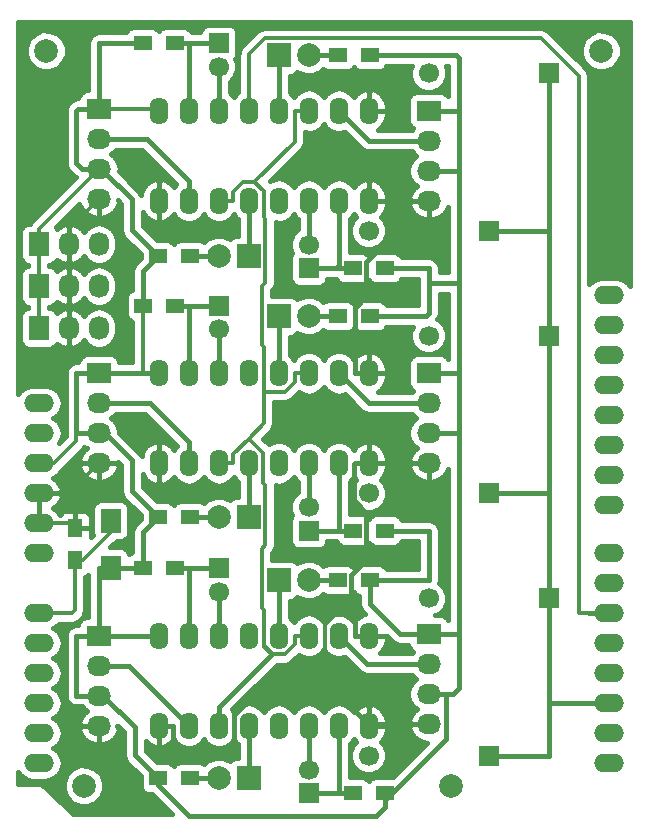
<source format=gtl>
G04 #@! TF.FileFunction,Copper,L1,Top,Signal*
%FSLAX46Y46*%
G04 Gerber Fmt 4.6, Leading zero omitted, Abs format (unit mm)*
G04 Created by KiCad (PCBNEW 4.0.2+e4-6225~38~ubuntu16.04.1-stable) date Mo 27 Jun 2016 13:05:28 CEST*
%MOMM*%
G01*
G04 APERTURE LIST*
%ADD10C,0.100000*%
%ADD11O,2.540000X1.524000*%
%ADD12C,2.000000*%
%ADD13R,1.700000X1.700000*%
%ADD14C,1.700000*%
%ADD15C,1.699260*%
%ADD16R,1.699260X1.699260*%
%ADD17R,2.000000X2.000000*%
%ADD18O,1.600000X2.300000*%
%ADD19R,2.032000X1.727200*%
%ADD20O,2.032000X1.727200*%
%ADD21R,1.500000X1.300000*%
%ADD22R,1.300000X1.500000*%
%ADD23R,1.700000X2.000000*%
%ADD24R,1.727200X2.032000*%
%ADD25O,1.727200X2.032000*%
%ADD26C,0.400000*%
%ADD27C,0.350000*%
G04 APERTURE END LIST*
D10*
D11*
X83820000Y-130810000D03*
X83820000Y-128270000D03*
X83820000Y-125730000D03*
X83820000Y-118110000D03*
X83820000Y-120650000D03*
X83820000Y-123190000D03*
X83820000Y-113030000D03*
X83820000Y-110490000D03*
X83820000Y-107950000D03*
X83820000Y-102870000D03*
X83820000Y-100330000D03*
X132080000Y-130810000D03*
X132080000Y-128270000D03*
X132080000Y-125730000D03*
X132080000Y-123190000D03*
X132080000Y-120650000D03*
X132080000Y-118110000D03*
X132080000Y-115570000D03*
X132080000Y-113030000D03*
X132080000Y-108966000D03*
X132080000Y-106426000D03*
X132080000Y-103886000D03*
X132080000Y-101346000D03*
X132080000Y-98806000D03*
X132080000Y-96266000D03*
X132080000Y-93726000D03*
X132080000Y-91186000D03*
X83820000Y-105410000D03*
D12*
X131445000Y-70485000D03*
X118745000Y-132715000D03*
X84455000Y-70485000D03*
X87630000Y-132715000D03*
D13*
X99060000Y-114300000D03*
D14*
X99060000Y-116300000D03*
D13*
X99060000Y-92075000D03*
D14*
X99060000Y-94075000D03*
D13*
X106680000Y-133350000D03*
D14*
X106680000Y-131350000D03*
D13*
X106680000Y-111125000D03*
D14*
X106680000Y-109125000D03*
D13*
X99060000Y-69850000D03*
D14*
X99060000Y-71850000D03*
D13*
X106680000Y-88900000D03*
D14*
X106680000Y-86900000D03*
D15*
X111759480Y-130177540D03*
D16*
X121919480Y-130177540D03*
D15*
X111759480Y-107952540D03*
D16*
X121919480Y-107952540D03*
D15*
X111759480Y-85727540D03*
D16*
X121919480Y-85727540D03*
D15*
X116839480Y-116842540D03*
D16*
X126999480Y-116842540D03*
D15*
X116839480Y-94617540D03*
D16*
X126999480Y-94617540D03*
D15*
X116839480Y-72392540D03*
D16*
X126999480Y-72392540D03*
D17*
X101600000Y-132080000D03*
D12*
X99060000Y-132080000D03*
D17*
X101600000Y-109982000D03*
D12*
X99060000Y-109982000D03*
D17*
X101600000Y-87884000D03*
D12*
X99060000Y-87884000D03*
D17*
X104140000Y-70866000D03*
D12*
X106680000Y-70866000D03*
D18*
X93980000Y-127635000D03*
X96520000Y-127635000D03*
X99060000Y-127635000D03*
X101600000Y-127635000D03*
X104140000Y-127635000D03*
X106680000Y-127635000D03*
X109220000Y-127635000D03*
X111760000Y-127635000D03*
X111760000Y-120015000D03*
X109220000Y-120015000D03*
X106680000Y-120015000D03*
X104140000Y-120015000D03*
X101600000Y-120015000D03*
X99060000Y-120015000D03*
X96520000Y-120015000D03*
X93980000Y-120015000D03*
X93980000Y-105410000D03*
X96520000Y-105410000D03*
X99060000Y-105410000D03*
X101600000Y-105410000D03*
X104140000Y-105410000D03*
X106680000Y-105410000D03*
X109220000Y-105410000D03*
X111760000Y-105410000D03*
X111760000Y-97790000D03*
X109220000Y-97790000D03*
X106680000Y-97790000D03*
X104140000Y-97790000D03*
X101600000Y-97790000D03*
X99060000Y-97790000D03*
X96520000Y-97790000D03*
X93980000Y-97790000D03*
X93980000Y-83185000D03*
X96520000Y-83185000D03*
X99060000Y-83185000D03*
X101600000Y-83185000D03*
X104140000Y-83185000D03*
X106680000Y-83185000D03*
X109220000Y-83185000D03*
X111760000Y-83185000D03*
X111760000Y-75565000D03*
X109220000Y-75565000D03*
X106680000Y-75565000D03*
X104140000Y-75565000D03*
X101600000Y-75565000D03*
X99060000Y-75565000D03*
X96520000Y-75565000D03*
X93980000Y-75565000D03*
D19*
X88900000Y-120015000D03*
D20*
X88900000Y-122555000D03*
X88900000Y-125095000D03*
X88900000Y-127635000D03*
D19*
X88900000Y-97790000D03*
D20*
X88900000Y-100330000D03*
X88900000Y-102870000D03*
X88900000Y-105410000D03*
D19*
X88900000Y-75438000D03*
D20*
X88900000Y-77978000D03*
X88900000Y-80518000D03*
X88900000Y-83058000D03*
D19*
X116840000Y-119888000D03*
D20*
X116840000Y-122428000D03*
X116840000Y-124968000D03*
X116840000Y-127508000D03*
D19*
X116840000Y-97790000D03*
D20*
X116840000Y-100330000D03*
X116840000Y-102870000D03*
X116840000Y-105410000D03*
D19*
X116840000Y-75565000D03*
D20*
X116840000Y-78105000D03*
X116840000Y-80645000D03*
X116840000Y-83185000D03*
D21*
X96600000Y-132080000D03*
X93900000Y-132080000D03*
X96600000Y-109982000D03*
X93900000Y-109982000D03*
X95330000Y-114300000D03*
X92630000Y-114300000D03*
X95330000Y-92075000D03*
X92630000Y-92075000D03*
X110410000Y-133350000D03*
X113110000Y-133350000D03*
X110410000Y-111125000D03*
X113110000Y-111125000D03*
X109140000Y-115316000D03*
X111840000Y-115316000D03*
X109140000Y-92964000D03*
X111840000Y-92964000D03*
X96600000Y-87884000D03*
X93900000Y-87884000D03*
X95330000Y-69850000D03*
X92630000Y-69850000D03*
X110410000Y-88900000D03*
X113110000Y-88900000D03*
X109140000Y-70866000D03*
X111840000Y-70866000D03*
D22*
X86868000Y-113618000D03*
X86868000Y-110918000D03*
D23*
X89916000Y-110268000D03*
X89916000Y-114268000D03*
D17*
X104140000Y-115316000D03*
D12*
X106680000Y-115316000D03*
D17*
X104140000Y-92964000D03*
D12*
X106680000Y-92964000D03*
D24*
X83820000Y-86868000D03*
D25*
X86360000Y-86868000D03*
X88900000Y-86868000D03*
D24*
X83820000Y-90424000D03*
D25*
X86360000Y-90424000D03*
X88900000Y-90424000D03*
D24*
X83820000Y-93980000D03*
D25*
X86360000Y-93980000D03*
X88900000Y-93980000D03*
D26*
X95330000Y-114300000D02*
X96520000Y-114300000D01*
X99060000Y-114300000D02*
X96520000Y-114300000D01*
X96520000Y-114300000D02*
X96520000Y-120015000D01*
X99060000Y-116300000D02*
X99060000Y-120015000D01*
X95330000Y-92075000D02*
X96647000Y-92075000D01*
X99060000Y-92075000D02*
X96647000Y-92075000D01*
X96520000Y-92202000D02*
X96520000Y-97790000D01*
X96647000Y-92075000D02*
X96520000Y-92202000D01*
X99060000Y-94075000D02*
X99060000Y-97790000D01*
X110410000Y-133350000D02*
X109220000Y-133350000D01*
X106680000Y-133350000D02*
X109220000Y-133350000D01*
X109220000Y-133350000D02*
X109220000Y-127635000D01*
X106680000Y-131350000D02*
X106680000Y-127635000D01*
X110410000Y-111125000D02*
X109093000Y-111125000D01*
X106680000Y-111125000D02*
X109093000Y-111125000D01*
X109220000Y-110998000D02*
X109220000Y-105410000D01*
X109093000Y-111125000D02*
X109220000Y-110998000D01*
X106680000Y-109125000D02*
X106680000Y-105410000D01*
X95330000Y-69850000D02*
X96520000Y-69850000D01*
X99060000Y-69850000D02*
X96520000Y-69850000D01*
X96520000Y-69850000D02*
X96520000Y-75565000D01*
X99060000Y-71850000D02*
X99060000Y-75565000D01*
X110410000Y-88900000D02*
X108966000Y-88900000D01*
X106680000Y-88900000D02*
X108966000Y-88900000D01*
X109220000Y-88646000D02*
X109220000Y-83185000D01*
X108966000Y-88900000D02*
X109220000Y-88646000D01*
X106680000Y-86900000D02*
X106680000Y-83185000D01*
X91440000Y-122555000D02*
X96520000Y-127635000D01*
X88900000Y-122555000D02*
X91440000Y-122555000D01*
X127000000Y-125730000D02*
X132080000Y-125730000D01*
X126999000Y-125729000D02*
X127000000Y-125730000D01*
X126999000Y-72392500D02*
X126999000Y-85727500D01*
X127000000Y-106680000D02*
X126999000Y-106680000D01*
X127000000Y-106046000D02*
X127000000Y-106680000D01*
X126999000Y-106046000D02*
X127000000Y-106046000D01*
X126999000Y-94617500D02*
X126999000Y-93345500D01*
X126999000Y-93345500D02*
X126999000Y-94617500D01*
X127000000Y-86360000D02*
X126999000Y-86360000D01*
X127000000Y-85728100D02*
X127000000Y-86360000D01*
X126999000Y-85727500D02*
X127000000Y-85728100D01*
X126999000Y-85727500D02*
X126999000Y-86360000D01*
X126999000Y-86360000D02*
X126999000Y-93345500D01*
X126999000Y-94617500D02*
X126999000Y-106046000D01*
X126999000Y-106046000D02*
X126999000Y-106680000D01*
X126999000Y-107953000D02*
X126999000Y-106680000D01*
X126999000Y-106680000D02*
X126999000Y-106046000D01*
X121919000Y-85727500D02*
X121919500Y-85727500D01*
X121919500Y-85727500D02*
X126999000Y-85727500D01*
X121919000Y-107953000D02*
X121920000Y-107953000D01*
X121920000Y-107953000D02*
X126999000Y-107953000D01*
X121920000Y-107953000D02*
X121919500Y-107952500D01*
X126999500Y-72392500D02*
X126999000Y-72392500D01*
X126999500Y-94617500D02*
X126999000Y-94617500D01*
X126999500Y-116842500D02*
X126999000Y-116842500D01*
X126999000Y-107953000D02*
X126999000Y-116842500D01*
X126999000Y-116842500D02*
X126999000Y-125729000D01*
X121919000Y-130178000D02*
X121920000Y-130178000D01*
X126999000Y-130176000D02*
X126999000Y-125729000D01*
X126997000Y-130178000D02*
X126999000Y-130176000D01*
X121920000Y-130178000D02*
X126997000Y-130178000D01*
X121920000Y-130178000D02*
X121919500Y-130177500D01*
X96520000Y-103632000D02*
X96520000Y-105410000D01*
X93218000Y-100330000D02*
X96520000Y-103632000D01*
X88900000Y-100330000D02*
X93218000Y-100330000D01*
X96520000Y-81534000D02*
X96520000Y-83185000D01*
X92964000Y-77978000D02*
X96520000Y-81534000D01*
X88900000Y-77978000D02*
X92964000Y-77978000D01*
X111633000Y-122428000D02*
X109220000Y-120015000D01*
X116840000Y-122428000D02*
X111633000Y-122428000D01*
X111760000Y-100330000D02*
X109220000Y-97790000D01*
X116840000Y-100330000D02*
X111760000Y-100330000D01*
X111760000Y-78105000D02*
X109220000Y-75565000D01*
X116840000Y-78105000D02*
X111760000Y-78105000D01*
X101600000Y-132080000D02*
X101600000Y-127635000D01*
X96600000Y-132080000D02*
X99060000Y-132080000D01*
X101600000Y-109982000D02*
X101600000Y-105410000D01*
X96600000Y-109982000D02*
X99060000Y-109982000D01*
X104140000Y-115316000D02*
X104140000Y-120015000D01*
X104140000Y-92964000D02*
X104140000Y-97790000D01*
X101600000Y-87884000D02*
X101600000Y-83185000D01*
X96600000Y-87884000D02*
X99060000Y-87884000D01*
X104140000Y-70866000D02*
X104140000Y-75565000D01*
X106680000Y-70866000D02*
X109140000Y-70866000D01*
D27*
X99060000Y-83185000D02*
X100260300Y-83185000D01*
X106680000Y-120015000D02*
X105479700Y-120015000D01*
D26*
X99060000Y-127635000D02*
X99060000Y-126084700D01*
X99060000Y-126084700D02*
X103571800Y-121572900D01*
D27*
X105479700Y-120756500D02*
X105479700Y-120015000D01*
X104663300Y-121572900D02*
X105479700Y-120756500D01*
X103571800Y-121572900D02*
X104663300Y-121572900D01*
X99060000Y-105410000D02*
X100260300Y-105410000D01*
X100260300Y-104659800D02*
X101586500Y-103333600D01*
X100260300Y-105410000D02*
X100260300Y-104659800D01*
D26*
X102870000Y-120871100D02*
X103571800Y-121572900D01*
D27*
X102870000Y-117856200D02*
X102870000Y-120871100D01*
X102702600Y-117688800D02*
X102870000Y-117856200D01*
X102702600Y-112643500D02*
X102702600Y-117688800D01*
X103000400Y-112345700D02*
X102702600Y-112643500D01*
X103000400Y-107237500D02*
X103000400Y-112345700D01*
X102835000Y-107072100D02*
X103000400Y-107237500D01*
X102835000Y-104582100D02*
X102835000Y-107072100D01*
X101586500Y-103333600D02*
X102835000Y-104582100D01*
X106680000Y-97790000D02*
X105479700Y-97790000D01*
X104662700Y-99342800D02*
X102870000Y-99342800D01*
X105479700Y-98525800D02*
X104662700Y-99342800D01*
X105479700Y-97790000D02*
X105479700Y-98525800D01*
X102870000Y-102050100D02*
X101586500Y-103333600D01*
X102870000Y-99342800D02*
X102870000Y-102050100D01*
X105479700Y-78182800D02*
X102063600Y-81598900D01*
X105479700Y-75565000D02*
X105479700Y-78182800D01*
X101096200Y-81598900D02*
X102063600Y-81598900D01*
X100260300Y-82434800D02*
X101096200Y-81598900D01*
X100260300Y-83185000D02*
X100260300Y-82434800D01*
X102870000Y-95567700D02*
X102870000Y-99342800D01*
X102702600Y-95400300D02*
X102870000Y-95567700D01*
X102702600Y-90418500D02*
X102702600Y-95400300D01*
X103000400Y-90120700D02*
X102702600Y-90418500D01*
X103000400Y-84735400D02*
X103000400Y-90120700D01*
X102870000Y-84605000D02*
X103000400Y-84735400D01*
X102870000Y-82405300D02*
X102870000Y-84605000D01*
X102063600Y-81598900D02*
X102870000Y-82405300D01*
X106680000Y-75565000D02*
X105479700Y-75565000D01*
X86360000Y-90424000D02*
X86360000Y-86868000D01*
X86360000Y-93980000D02*
X86360000Y-90424000D01*
X86360000Y-86868000D02*
X86360000Y-85852000D01*
X83820000Y-110490000D02*
X86440000Y-110490000D01*
X86440000Y-110490000D02*
X86868000Y-110918000D01*
X83820000Y-107950000D02*
X86360000Y-107950000D01*
X86360000Y-107950000D02*
X88900000Y-105410000D01*
X83820000Y-110490000D02*
X83820000Y-107950000D01*
X86360000Y-86360000D02*
X86360000Y-85852000D01*
X86360000Y-85852000D02*
X86360000Y-85598000D01*
X86360000Y-85598000D02*
X88900000Y-83058000D01*
X110290400Y-117869900D02*
X110290400Y-118432700D01*
X110290400Y-118432700D02*
X110559700Y-118702000D01*
D26*
X116840000Y-105410000D02*
X111760000Y-105410000D01*
X114135000Y-85805100D02*
X114135000Y-83185000D01*
X111560400Y-88379700D02*
X114135000Y-85805100D01*
X111560400Y-91256800D02*
X111560400Y-88379700D01*
X110559700Y-92257500D02*
X111560400Y-91256800D01*
X110559700Y-97790000D02*
X110559700Y-92257500D01*
X111760000Y-83185000D02*
X114135000Y-83185000D01*
X114135000Y-83185000D02*
X116840000Y-83185000D01*
X111760000Y-97790000D02*
X110559700Y-97790000D01*
X111760000Y-120015000D02*
X110559700Y-120015000D01*
X110559700Y-120015000D02*
X110559700Y-118702000D01*
X111760000Y-105410000D02*
X110559700Y-105410000D01*
X110559700Y-118702000D02*
X110009000Y-118151300D01*
X110467500Y-105502200D02*
X110559700Y-105410000D01*
X110467500Y-108506300D02*
X110467500Y-105502200D01*
X111560400Y-109599200D02*
X110467500Y-108506300D01*
X111560400Y-113601700D02*
X111560400Y-109599200D01*
X110290400Y-114871700D02*
X111560400Y-113601700D01*
X110290400Y-117869900D02*
X110290400Y-114871700D01*
X110009000Y-118151300D02*
X110290400Y-117869900D01*
X111887000Y-127508000D02*
X111791700Y-127603300D01*
X116840000Y-127508000D02*
X111887000Y-127508000D01*
X111791700Y-127603300D02*
X111760000Y-127635000D01*
X103258300Y-123827000D02*
X108015400Y-123827000D01*
X100330000Y-126755300D02*
X103258300Y-123827000D01*
X100330000Y-128905000D02*
X100330000Y-126755300D01*
X99695000Y-129540000D02*
X100330000Y-128905000D01*
X95885000Y-129540000D02*
X99695000Y-129540000D01*
X95180300Y-128835300D02*
X95885000Y-129540000D01*
X95180300Y-127635000D02*
X95180300Y-128835300D01*
D27*
X108015400Y-119132500D02*
X108015400Y-123827000D01*
X108996600Y-118151300D02*
X108015400Y-119132500D01*
D26*
X110009000Y-118151300D02*
X108996600Y-118151300D01*
X108015400Y-123827000D02*
X111791700Y-127603300D01*
X93980000Y-127635000D02*
X95180300Y-127635000D01*
D27*
X83820000Y-93980000D02*
X83820000Y-90424000D01*
X83820000Y-90424000D02*
X83820000Y-86868000D01*
X83820000Y-86868000D02*
X83820000Y-85852000D01*
X89916000Y-114268000D02*
X90900000Y-114268000D01*
X90900000Y-114268000D02*
X90932000Y-114300000D01*
X86995000Y-102870000D02*
X86995000Y-103505000D01*
X86995000Y-103505000D02*
X85090000Y-105410000D01*
X85090000Y-105410000D02*
X83820000Y-105410000D01*
X83820000Y-86360000D02*
X83820000Y-85598000D01*
X83820000Y-85598000D02*
X88900000Y-80518000D01*
X92630000Y-92075000D02*
X92630000Y-97790000D01*
X92630000Y-97790000D02*
X92710000Y-97790000D01*
X88900000Y-114395000D02*
X88900000Y-115570000D01*
D26*
X119380000Y-71120000D02*
X119380000Y-75565000D01*
X119126000Y-70866000D02*
X119380000Y-71120000D01*
X111840000Y-70866000D02*
X119126000Y-70866000D01*
X116840000Y-80645000D02*
X119380000Y-80645000D01*
X116840000Y-97790000D02*
X119380000Y-97790000D01*
X116840000Y-102870000D02*
X119380000Y-102870000D01*
X116840000Y-75565000D02*
X119380000Y-75565000D01*
X86995000Y-125095000D02*
X88900000Y-125095000D01*
X86995000Y-120015000D02*
X86995000Y-125095000D01*
X88900000Y-120015000D02*
X86995000Y-120015000D01*
X87503000Y-80518000D02*
X88900000Y-80518000D01*
X86995000Y-80010000D02*
X87503000Y-80518000D01*
X86995000Y-75565000D02*
X86995000Y-80010000D01*
X87122000Y-75438000D02*
X86995000Y-75565000D01*
X88900000Y-75438000D02*
X87122000Y-75438000D01*
X88900000Y-97790000D02*
X86995000Y-97790000D01*
X86995000Y-102870000D02*
X88900000Y-102870000D01*
X86995000Y-97790000D02*
X86995000Y-102870000D01*
X92630000Y-89154000D02*
X93900000Y-87884000D01*
X92630000Y-92075000D02*
X92630000Y-89154000D01*
X92630000Y-111252000D02*
X93900000Y-109982000D01*
X92630000Y-114300000D02*
X92630000Y-111252000D01*
X111840000Y-117301000D02*
X111840000Y-115316000D01*
X114427000Y-119888000D02*
X111840000Y-117301000D01*
X116840000Y-119888000D02*
X114427000Y-119888000D01*
X116840000Y-115316000D02*
X111840000Y-115316000D01*
X116840000Y-111125000D02*
X116840000Y-115316000D01*
X113110000Y-111125000D02*
X116840000Y-111125000D01*
X88900000Y-114300000D02*
X90932000Y-114300000D01*
X90932000Y-114300000D02*
X92630000Y-114300000D01*
X88900000Y-120015000D02*
X88900000Y-115570000D01*
X88900000Y-115570000D02*
X88900000Y-114300000D01*
X88900000Y-69850000D02*
X92630000Y-69850000D01*
X88900000Y-75438000D02*
X88900000Y-69850000D01*
X93853000Y-75438000D02*
X93980000Y-75565000D01*
D27*
X88900000Y-75438000D02*
X93853000Y-75438000D01*
D26*
X88900000Y-80645000D02*
X89281000Y-80645000D01*
X91694000Y-107776000D02*
X93900000Y-109982000D01*
X91694000Y-105156000D02*
X91694000Y-107776000D01*
X89408000Y-102870000D02*
X91694000Y-105156000D01*
X88900000Y-102870000D02*
X89408000Y-102870000D01*
X91948000Y-130128000D02*
X93900000Y-132080000D01*
X91948000Y-127762000D02*
X91948000Y-130128000D01*
X89281000Y-125095000D02*
X91948000Y-127762000D01*
X88900000Y-125095000D02*
X89281000Y-125095000D01*
X88900000Y-120015000D02*
X93980000Y-120015000D01*
X88900000Y-97790000D02*
X92710000Y-97790000D01*
X92710000Y-97790000D02*
X93980000Y-97790000D01*
X89154000Y-80518000D02*
X89281000Y-80645000D01*
X88900000Y-80518000D02*
X89154000Y-80518000D01*
X91694000Y-85678000D02*
X93900000Y-87884000D01*
X91694000Y-83058000D02*
X91694000Y-85678000D01*
X89281000Y-80645000D02*
X91694000Y-83058000D01*
X116840000Y-119888000D02*
X119380000Y-119888000D01*
X119380000Y-119888000D02*
X119380000Y-120015000D01*
X119380000Y-119888000D02*
X119380000Y-120015000D01*
X119380000Y-102870000D02*
X119380000Y-119888000D01*
X119380000Y-97790000D02*
X119380000Y-102870000D01*
X119380000Y-75565000D02*
X119380000Y-80645000D01*
X119380000Y-90172500D02*
X116840000Y-90172500D01*
X119380000Y-80645000D02*
X119380000Y-90172500D01*
X119380000Y-90172500D02*
X119380000Y-97790000D01*
X116840000Y-88900000D02*
X116840000Y-90172500D01*
X113110000Y-88900000D02*
X116840000Y-88900000D01*
X116586000Y-92964000D02*
X111840000Y-92964000D01*
X116840000Y-92710000D02*
X116586000Y-92964000D01*
X116840000Y-90172500D02*
X116840000Y-92710000D01*
X113110000Y-134540000D02*
X113110000Y-133945000D01*
X112395000Y-135255000D02*
X113110000Y-134540000D01*
X96520000Y-135255000D02*
X112395000Y-135255000D01*
X93900000Y-132635000D02*
X96520000Y-135255000D01*
X93900000Y-132080000D02*
X93900000Y-132635000D01*
X113110000Y-133945000D02*
X113110000Y-133350000D01*
X118256400Y-128798600D02*
X118256400Y-124968000D01*
X113110000Y-133945000D02*
X118256400Y-128798600D01*
X118872000Y-124968000D02*
X118256400Y-124968000D01*
X119380000Y-124460000D02*
X118872000Y-124968000D01*
X119380000Y-120015000D02*
X119380000Y-124460000D01*
X118256400Y-124968000D02*
X116840000Y-124968000D01*
D27*
X129102850Y-72192150D02*
X129540000Y-72629300D01*
X130409700Y-118110000D02*
X129540000Y-118110000D01*
X129540000Y-118110000D02*
X129540000Y-115570000D01*
X129540000Y-115570000D02*
X129540000Y-73025000D01*
X129540000Y-73025000D02*
X129540000Y-72629300D01*
D26*
X132080000Y-118110000D02*
X130409700Y-118110000D01*
D27*
X126342100Y-69431400D02*
X129102850Y-72192150D01*
X102943000Y-69431400D02*
X126342100Y-69431400D01*
X101600000Y-70774400D02*
X102943000Y-69431400D01*
X101600000Y-75565000D02*
X101600000Y-70774400D01*
X86868000Y-113618000D02*
X86868000Y-117856000D01*
X86614000Y-118110000D02*
X83820000Y-118110000D01*
X86868000Y-117856000D02*
X86614000Y-118110000D01*
X86868000Y-113618000D02*
X87550000Y-113618000D01*
X87550000Y-113618000D02*
X89916000Y-111252000D01*
X89916000Y-111252000D02*
X89916000Y-110268000D01*
D26*
X109140000Y-115316000D02*
X106680000Y-115316000D01*
X106680000Y-92964000D02*
X109140000Y-92964000D01*
G36*
X87992000Y-118429530D02*
X87884000Y-118429530D01*
X87621631Y-118478898D01*
X87380661Y-118633958D01*
X87219003Y-118870552D01*
X87171121Y-119107000D01*
X86995000Y-119107000D01*
X86647523Y-119176117D01*
X86352947Y-119372947D01*
X86156117Y-119667523D01*
X86087000Y-120015000D01*
X86087000Y-125095000D01*
X86156117Y-125442477D01*
X86352947Y-125737053D01*
X86647523Y-125933883D01*
X86995000Y-126003000D01*
X87466703Y-126003000D01*
X87602536Y-126206289D01*
X87857055Y-126376353D01*
X87632775Y-126527246D01*
X87293717Y-127038194D01*
X87196139Y-127384210D01*
X87353009Y-127630000D01*
X88895000Y-127630000D01*
X88895000Y-127610000D01*
X88905000Y-127610000D01*
X88905000Y-127630000D01*
X88925000Y-127630000D01*
X88925000Y-127640000D01*
X88905000Y-127640000D01*
X88905000Y-129206600D01*
X89057400Y-129206600D01*
X89658445Y-129085056D01*
X90167225Y-128742754D01*
X90506283Y-128231806D01*
X90603861Y-127885790D01*
X90446992Y-127640002D01*
X90541896Y-127640002D01*
X91040000Y-128138106D01*
X91040000Y-130128000D01*
X91109117Y-130475477D01*
X91305947Y-130770053D01*
X92428130Y-131892236D01*
X92428130Y-132730000D01*
X92477498Y-132992369D01*
X92632558Y-133233339D01*
X92869152Y-133394997D01*
X93150000Y-133451870D01*
X93432764Y-133451870D01*
X95112894Y-135132000D01*
X86673974Y-135132000D01*
X84595226Y-133053252D01*
X85921704Y-133053252D01*
X86181184Y-133681240D01*
X86661232Y-134162128D01*
X87288767Y-134422703D01*
X87968252Y-134423296D01*
X88596240Y-134163816D01*
X89077128Y-133683768D01*
X89337703Y-133056233D01*
X89338296Y-132376748D01*
X89078816Y-131748760D01*
X88598768Y-131267872D01*
X87971233Y-131007297D01*
X87291748Y-131006704D01*
X86663760Y-131266184D01*
X86182872Y-131746232D01*
X85922297Y-132373767D01*
X85921704Y-133053252D01*
X84595226Y-133053252D01*
X84355987Y-132814013D01*
X84110074Y-132649699D01*
X83820000Y-132592000D01*
X82038000Y-132592000D01*
X82038000Y-131556409D01*
X82233802Y-131849447D01*
X82710704Y-132168103D01*
X83273249Y-132280000D01*
X84366751Y-132280000D01*
X84929296Y-132168103D01*
X85406198Y-131849447D01*
X85724854Y-131372545D01*
X85836751Y-130810000D01*
X85724854Y-130247455D01*
X85406198Y-129770553D01*
X85061151Y-129540000D01*
X85406198Y-129309447D01*
X85724854Y-128832545D01*
X85836751Y-128270000D01*
X85760327Y-127885790D01*
X87196139Y-127885790D01*
X87293717Y-128231806D01*
X87632775Y-128742754D01*
X88141555Y-129085056D01*
X88742600Y-129206600D01*
X88895000Y-129206600D01*
X88895000Y-127640000D01*
X87353009Y-127640000D01*
X87196139Y-127885790D01*
X85760327Y-127885790D01*
X85724854Y-127707455D01*
X85406198Y-127230553D01*
X85061151Y-127000000D01*
X85406198Y-126769447D01*
X85724854Y-126292545D01*
X85836751Y-125730000D01*
X85724854Y-125167455D01*
X85406198Y-124690553D01*
X85061151Y-124460000D01*
X85406198Y-124229447D01*
X85724854Y-123752545D01*
X85836751Y-123190000D01*
X85724854Y-122627455D01*
X85406198Y-122150553D01*
X85061151Y-121920000D01*
X85406198Y-121689447D01*
X85724854Y-121212545D01*
X85836751Y-120650000D01*
X85724854Y-120087455D01*
X85406198Y-119610553D01*
X85061151Y-119380000D01*
X85406198Y-119149447D01*
X85510733Y-118993000D01*
X86614000Y-118993000D01*
X86951910Y-118925786D01*
X87238375Y-118734375D01*
X87492375Y-118480375D01*
X87604095Y-118313175D01*
X87683786Y-118193909D01*
X87751000Y-117856000D01*
X87751000Y-115046028D01*
X87780369Y-115040502D01*
X87992000Y-114904321D01*
X87992000Y-118429530D01*
X87992000Y-118429530D01*
G37*
X87992000Y-118429530D02*
X87884000Y-118429530D01*
X87621631Y-118478898D01*
X87380661Y-118633958D01*
X87219003Y-118870552D01*
X87171121Y-119107000D01*
X86995000Y-119107000D01*
X86647523Y-119176117D01*
X86352947Y-119372947D01*
X86156117Y-119667523D01*
X86087000Y-120015000D01*
X86087000Y-125095000D01*
X86156117Y-125442477D01*
X86352947Y-125737053D01*
X86647523Y-125933883D01*
X86995000Y-126003000D01*
X87466703Y-126003000D01*
X87602536Y-126206289D01*
X87857055Y-126376353D01*
X87632775Y-126527246D01*
X87293717Y-127038194D01*
X87196139Y-127384210D01*
X87353009Y-127630000D01*
X88895000Y-127630000D01*
X88895000Y-127610000D01*
X88905000Y-127610000D01*
X88905000Y-127630000D01*
X88925000Y-127630000D01*
X88925000Y-127640000D01*
X88905000Y-127640000D01*
X88905000Y-129206600D01*
X89057400Y-129206600D01*
X89658445Y-129085056D01*
X90167225Y-128742754D01*
X90506283Y-128231806D01*
X90603861Y-127885790D01*
X90446992Y-127640002D01*
X90541896Y-127640002D01*
X91040000Y-128138106D01*
X91040000Y-130128000D01*
X91109117Y-130475477D01*
X91305947Y-130770053D01*
X92428130Y-131892236D01*
X92428130Y-132730000D01*
X92477498Y-132992369D01*
X92632558Y-133233339D01*
X92869152Y-133394997D01*
X93150000Y-133451870D01*
X93432764Y-133451870D01*
X95112894Y-135132000D01*
X86673974Y-135132000D01*
X84595226Y-133053252D01*
X85921704Y-133053252D01*
X86181184Y-133681240D01*
X86661232Y-134162128D01*
X87288767Y-134422703D01*
X87968252Y-134423296D01*
X88596240Y-134163816D01*
X89077128Y-133683768D01*
X89337703Y-133056233D01*
X89338296Y-132376748D01*
X89078816Y-131748760D01*
X88598768Y-131267872D01*
X87971233Y-131007297D01*
X87291748Y-131006704D01*
X86663760Y-131266184D01*
X86182872Y-131746232D01*
X85922297Y-132373767D01*
X85921704Y-133053252D01*
X84595226Y-133053252D01*
X84355987Y-132814013D01*
X84110074Y-132649699D01*
X83820000Y-132592000D01*
X82038000Y-132592000D01*
X82038000Y-131556409D01*
X82233802Y-131849447D01*
X82710704Y-132168103D01*
X83273249Y-132280000D01*
X84366751Y-132280000D01*
X84929296Y-132168103D01*
X85406198Y-131849447D01*
X85724854Y-131372545D01*
X85836751Y-130810000D01*
X85724854Y-130247455D01*
X85406198Y-129770553D01*
X85061151Y-129540000D01*
X85406198Y-129309447D01*
X85724854Y-128832545D01*
X85836751Y-128270000D01*
X85760327Y-127885790D01*
X87196139Y-127885790D01*
X87293717Y-128231806D01*
X87632775Y-128742754D01*
X88141555Y-129085056D01*
X88742600Y-129206600D01*
X88895000Y-129206600D01*
X88895000Y-127640000D01*
X87353009Y-127640000D01*
X87196139Y-127885790D01*
X85760327Y-127885790D01*
X85724854Y-127707455D01*
X85406198Y-127230553D01*
X85061151Y-127000000D01*
X85406198Y-126769447D01*
X85724854Y-126292545D01*
X85836751Y-125730000D01*
X85724854Y-125167455D01*
X85406198Y-124690553D01*
X85061151Y-124460000D01*
X85406198Y-124229447D01*
X85724854Y-123752545D01*
X85836751Y-123190000D01*
X85724854Y-122627455D01*
X85406198Y-122150553D01*
X85061151Y-121920000D01*
X85406198Y-121689447D01*
X85724854Y-121212545D01*
X85836751Y-120650000D01*
X85724854Y-120087455D01*
X85406198Y-119610553D01*
X85061151Y-119380000D01*
X85406198Y-119149447D01*
X85510733Y-118993000D01*
X86614000Y-118993000D01*
X86951910Y-118925786D01*
X87238375Y-118734375D01*
X87492375Y-118480375D01*
X87604095Y-118313175D01*
X87683786Y-118193909D01*
X87751000Y-117856000D01*
X87751000Y-115046028D01*
X87780369Y-115040502D01*
X87992000Y-114904321D01*
X87992000Y-118429530D01*
G36*
X108153683Y-121467717D02*
X108642913Y-121794610D01*
X109220000Y-121909400D01*
X109729040Y-121808146D01*
X110990947Y-123070053D01*
X111285523Y-123266883D01*
X111633000Y-123336000D01*
X115406703Y-123336000D01*
X115542536Y-123539289D01*
X115780064Y-123698000D01*
X115542536Y-123856711D01*
X115201856Y-124366575D01*
X115082225Y-124968000D01*
X115201856Y-125569425D01*
X115542536Y-126079289D01*
X115797055Y-126249353D01*
X115572775Y-126400246D01*
X115233717Y-126911194D01*
X115136139Y-127257210D01*
X115293009Y-127503000D01*
X116835000Y-127503000D01*
X116835000Y-127483000D01*
X116845000Y-127483000D01*
X116845000Y-127503000D01*
X116865000Y-127503000D01*
X116865000Y-127513000D01*
X116845000Y-127513000D01*
X116845000Y-127533000D01*
X116835000Y-127533000D01*
X116835000Y-127513000D01*
X115293009Y-127513000D01*
X115136139Y-127758790D01*
X115233717Y-128104806D01*
X115572775Y-128615754D01*
X116081555Y-128958056D01*
X116682600Y-129079600D01*
X116691294Y-129079600D01*
X113792764Y-131978130D01*
X112360000Y-131978130D01*
X112097631Y-132027498D01*
X111856661Y-132182558D01*
X111759691Y-132324479D01*
X111677442Y-132196661D01*
X111440848Y-132035003D01*
X111160000Y-131978130D01*
X110128000Y-131978130D01*
X110128000Y-129193501D01*
X110286317Y-129087717D01*
X110502050Y-128764849D01*
X110690050Y-129044202D01*
X110439755Y-129294061D01*
X110202121Y-129866349D01*
X110201580Y-130486013D01*
X110438215Y-131058714D01*
X110876001Y-131497265D01*
X111448289Y-131734899D01*
X112067953Y-131735440D01*
X112640654Y-131498805D01*
X113079205Y-131061019D01*
X113316839Y-130488731D01*
X113317380Y-129869067D01*
X113080745Y-129296366D01*
X112829576Y-129044758D01*
X113151297Y-128566706D01*
X113268000Y-127990000D01*
X113268000Y-127640000D01*
X111765000Y-127640000D01*
X111765000Y-127660000D01*
X111755000Y-127660000D01*
X111755000Y-127640000D01*
X111735000Y-127640000D01*
X111735000Y-127630000D01*
X111755000Y-127630000D01*
X111755000Y-125954009D01*
X111765000Y-125954009D01*
X111765000Y-127630000D01*
X113268000Y-127630000D01*
X113268000Y-127280000D01*
X113151297Y-126703294D01*
X112822782Y-126215147D01*
X112332468Y-125889876D01*
X112000840Y-125796356D01*
X111765000Y-125954009D01*
X111755000Y-125954009D01*
X111519160Y-125796356D01*
X111187532Y-125889876D01*
X110697218Y-126215147D01*
X110502050Y-126505151D01*
X110286317Y-126182283D01*
X109797087Y-125855390D01*
X109220000Y-125740600D01*
X108642913Y-125855390D01*
X108153683Y-126182283D01*
X107950000Y-126487116D01*
X107746317Y-126182283D01*
X107257087Y-125855390D01*
X106680000Y-125740600D01*
X106102913Y-125855390D01*
X105613683Y-126182283D01*
X105410000Y-126487116D01*
X105206317Y-126182283D01*
X104717087Y-125855390D01*
X104140000Y-125740600D01*
X103562913Y-125855390D01*
X103073683Y-126182283D01*
X102870000Y-126487116D01*
X102666317Y-126182283D01*
X102177087Y-125855390D01*
X101600000Y-125740600D01*
X101022913Y-125855390D01*
X100533683Y-126182283D01*
X100330000Y-126487116D01*
X100174465Y-126254341D01*
X103972906Y-122455900D01*
X104663300Y-122455900D01*
X105001210Y-122388686D01*
X105287675Y-122197275D01*
X105855594Y-121629356D01*
X106102913Y-121794610D01*
X106680000Y-121909400D01*
X107257087Y-121794610D01*
X107746317Y-121467717D01*
X107950000Y-121162884D01*
X108153683Y-121467717D01*
X108153683Y-121467717D01*
G37*
X108153683Y-121467717D02*
X108642913Y-121794610D01*
X109220000Y-121909400D01*
X109729040Y-121808146D01*
X110990947Y-123070053D01*
X111285523Y-123266883D01*
X111633000Y-123336000D01*
X115406703Y-123336000D01*
X115542536Y-123539289D01*
X115780064Y-123698000D01*
X115542536Y-123856711D01*
X115201856Y-124366575D01*
X115082225Y-124968000D01*
X115201856Y-125569425D01*
X115542536Y-126079289D01*
X115797055Y-126249353D01*
X115572775Y-126400246D01*
X115233717Y-126911194D01*
X115136139Y-127257210D01*
X115293009Y-127503000D01*
X116835000Y-127503000D01*
X116835000Y-127483000D01*
X116845000Y-127483000D01*
X116845000Y-127503000D01*
X116865000Y-127503000D01*
X116865000Y-127513000D01*
X116845000Y-127513000D01*
X116845000Y-127533000D01*
X116835000Y-127533000D01*
X116835000Y-127513000D01*
X115293009Y-127513000D01*
X115136139Y-127758790D01*
X115233717Y-128104806D01*
X115572775Y-128615754D01*
X116081555Y-128958056D01*
X116682600Y-129079600D01*
X116691294Y-129079600D01*
X113792764Y-131978130D01*
X112360000Y-131978130D01*
X112097631Y-132027498D01*
X111856661Y-132182558D01*
X111759691Y-132324479D01*
X111677442Y-132196661D01*
X111440848Y-132035003D01*
X111160000Y-131978130D01*
X110128000Y-131978130D01*
X110128000Y-129193501D01*
X110286317Y-129087717D01*
X110502050Y-128764849D01*
X110690050Y-129044202D01*
X110439755Y-129294061D01*
X110202121Y-129866349D01*
X110201580Y-130486013D01*
X110438215Y-131058714D01*
X110876001Y-131497265D01*
X111448289Y-131734899D01*
X112067953Y-131735440D01*
X112640654Y-131498805D01*
X113079205Y-131061019D01*
X113316839Y-130488731D01*
X113317380Y-129869067D01*
X113080745Y-129296366D01*
X112829576Y-129044758D01*
X113151297Y-128566706D01*
X113268000Y-127990000D01*
X113268000Y-127640000D01*
X111765000Y-127640000D01*
X111765000Y-127660000D01*
X111755000Y-127660000D01*
X111755000Y-127640000D01*
X111735000Y-127640000D01*
X111735000Y-127630000D01*
X111755000Y-127630000D01*
X111755000Y-125954009D01*
X111765000Y-125954009D01*
X111765000Y-127630000D01*
X113268000Y-127630000D01*
X113268000Y-127280000D01*
X113151297Y-126703294D01*
X112822782Y-126215147D01*
X112332468Y-125889876D01*
X112000840Y-125796356D01*
X111765000Y-125954009D01*
X111755000Y-125954009D01*
X111519160Y-125796356D01*
X111187532Y-125889876D01*
X110697218Y-126215147D01*
X110502050Y-126505151D01*
X110286317Y-126182283D01*
X109797087Y-125855390D01*
X109220000Y-125740600D01*
X108642913Y-125855390D01*
X108153683Y-126182283D01*
X107950000Y-126487116D01*
X107746317Y-126182283D01*
X107257087Y-125855390D01*
X106680000Y-125740600D01*
X106102913Y-125855390D01*
X105613683Y-126182283D01*
X105410000Y-126487116D01*
X105206317Y-126182283D01*
X104717087Y-125855390D01*
X104140000Y-125740600D01*
X103562913Y-125855390D01*
X103073683Y-126182283D01*
X102870000Y-126487116D01*
X102666317Y-126182283D01*
X102177087Y-125855390D01*
X101600000Y-125740600D01*
X101022913Y-125855390D01*
X100533683Y-126182283D01*
X100330000Y-126487116D01*
X100174465Y-126254341D01*
X103972906Y-122455900D01*
X104663300Y-122455900D01*
X105001210Y-122388686D01*
X105287675Y-122197275D01*
X105855594Y-121629356D01*
X106102913Y-121794610D01*
X106680000Y-121909400D01*
X107257087Y-121794610D01*
X107746317Y-121467717D01*
X107950000Y-121162884D01*
X108153683Y-121467717D01*
G36*
X93985000Y-127630000D02*
X94005000Y-127630000D01*
X94005000Y-127640000D01*
X93985000Y-127640000D01*
X93985000Y-129315991D01*
X94220840Y-129473644D01*
X94552468Y-129380124D01*
X95042782Y-129054853D01*
X95237950Y-128764849D01*
X95453683Y-129087717D01*
X95942913Y-129414610D01*
X96520000Y-129529400D01*
X97097087Y-129414610D01*
X97586317Y-129087717D01*
X97790000Y-128782884D01*
X97993683Y-129087717D01*
X98482913Y-129414610D01*
X99060000Y-129529400D01*
X99637087Y-129414610D01*
X100126317Y-129087717D01*
X100330000Y-128782884D01*
X100533683Y-129087717D01*
X100692000Y-129193501D01*
X100692000Y-130358130D01*
X100600000Y-130358130D01*
X100337631Y-130407498D01*
X100096661Y-130562558D01*
X100040552Y-130644676D01*
X100028768Y-130632872D01*
X99401233Y-130372297D01*
X98721748Y-130371704D01*
X98093760Y-130631184D01*
X97826078Y-130898398D01*
X97630848Y-130765003D01*
X97350000Y-130708130D01*
X95850000Y-130708130D01*
X95587631Y-130757498D01*
X95346661Y-130912558D01*
X95249691Y-131054479D01*
X95167442Y-130926661D01*
X94930848Y-130765003D01*
X94650000Y-130708130D01*
X93812236Y-130708130D01*
X92856000Y-129751894D01*
X92856000Y-128963888D01*
X92917218Y-129054853D01*
X93407532Y-129380124D01*
X93739160Y-129473644D01*
X93975000Y-129315991D01*
X93975000Y-127640000D01*
X93955000Y-127640000D01*
X93955000Y-127630000D01*
X93975000Y-127630000D01*
X93975000Y-127610000D01*
X93985000Y-127610000D01*
X93985000Y-127630000D01*
X93985000Y-127630000D01*
G37*
X93985000Y-127630000D02*
X94005000Y-127630000D01*
X94005000Y-127640000D01*
X93985000Y-127640000D01*
X93985000Y-129315991D01*
X94220840Y-129473644D01*
X94552468Y-129380124D01*
X95042782Y-129054853D01*
X95237950Y-128764849D01*
X95453683Y-129087717D01*
X95942913Y-129414610D01*
X96520000Y-129529400D01*
X97097087Y-129414610D01*
X97586317Y-129087717D01*
X97790000Y-128782884D01*
X97993683Y-129087717D01*
X98482913Y-129414610D01*
X99060000Y-129529400D01*
X99637087Y-129414610D01*
X100126317Y-129087717D01*
X100330000Y-128782884D01*
X100533683Y-129087717D01*
X100692000Y-129193501D01*
X100692000Y-130358130D01*
X100600000Y-130358130D01*
X100337631Y-130407498D01*
X100096661Y-130562558D01*
X100040552Y-130644676D01*
X100028768Y-130632872D01*
X99401233Y-130372297D01*
X98721748Y-130371704D01*
X98093760Y-130631184D01*
X97826078Y-130898398D01*
X97630848Y-130765003D01*
X97350000Y-130708130D01*
X95850000Y-130708130D01*
X95587631Y-130757498D01*
X95346661Y-130912558D01*
X95249691Y-131054479D01*
X95167442Y-130926661D01*
X94930848Y-130765003D01*
X94650000Y-130708130D01*
X93812236Y-130708130D01*
X92856000Y-129751894D01*
X92856000Y-128963888D01*
X92917218Y-129054853D01*
X93407532Y-129380124D01*
X93739160Y-129473644D01*
X93975000Y-129315991D01*
X93975000Y-127640000D01*
X93955000Y-127640000D01*
X93955000Y-127630000D01*
X93975000Y-127630000D01*
X93975000Y-127610000D01*
X93985000Y-127610000D01*
X93985000Y-127630000D01*
G36*
X111765000Y-120010000D02*
X113264894Y-120010000D01*
X113784947Y-120530053D01*
X114079523Y-120726883D01*
X114427000Y-120796000D01*
X115110484Y-120796000D01*
X115151498Y-121013969D01*
X115306558Y-121254939D01*
X115496907Y-121384999D01*
X115406703Y-121520000D01*
X112694431Y-121520000D01*
X112822782Y-121434853D01*
X113151297Y-120946706D01*
X113268000Y-120370000D01*
X113268000Y-120020000D01*
X111765000Y-120020000D01*
X111765000Y-120040000D01*
X111755000Y-120040000D01*
X111755000Y-120020000D01*
X111735000Y-120020000D01*
X111735000Y-120010000D01*
X111755000Y-120010000D01*
X111755000Y-119990000D01*
X111765000Y-119990000D01*
X111765000Y-120010000D01*
X111765000Y-120010000D01*
G37*
X111765000Y-120010000D02*
X113264894Y-120010000D01*
X113784947Y-120530053D01*
X114079523Y-120726883D01*
X114427000Y-120796000D01*
X115110484Y-120796000D01*
X115151498Y-121013969D01*
X115306558Y-121254939D01*
X115496907Y-121384999D01*
X115406703Y-121520000D01*
X112694431Y-121520000D01*
X112822782Y-121434853D01*
X113151297Y-120946706D01*
X113268000Y-120370000D01*
X113268000Y-120020000D01*
X111765000Y-120020000D01*
X111765000Y-120040000D01*
X111755000Y-120040000D01*
X111755000Y-120020000D01*
X111735000Y-120020000D01*
X111735000Y-120010000D01*
X111755000Y-120010000D01*
X111755000Y-119990000D01*
X111765000Y-119990000D01*
X111765000Y-120010000D01*
G36*
X110572558Y-116469339D02*
X110809152Y-116630997D01*
X110932000Y-116655874D01*
X110932000Y-117301000D01*
X111001117Y-117648477D01*
X111197947Y-117943053D01*
X111450588Y-118195694D01*
X111187532Y-118269876D01*
X110697218Y-118595147D01*
X110502050Y-118885151D01*
X110286317Y-118562283D01*
X109797087Y-118235390D01*
X109220000Y-118120600D01*
X108642913Y-118235390D01*
X108153683Y-118562283D01*
X107950000Y-118867116D01*
X107746317Y-118562283D01*
X107257087Y-118235390D01*
X106680000Y-118120600D01*
X106102913Y-118235390D01*
X105613683Y-118562283D01*
X105410000Y-118867116D01*
X105206317Y-118562283D01*
X105048000Y-118456499D01*
X105048000Y-117037870D01*
X105140000Y-117037870D01*
X105402369Y-116988502D01*
X105643339Y-116833442D01*
X105699448Y-116751324D01*
X105711232Y-116763128D01*
X106338767Y-117023703D01*
X107018252Y-117024296D01*
X107646240Y-116764816D01*
X107913922Y-116497602D01*
X108109152Y-116630997D01*
X108390000Y-116687870D01*
X109890000Y-116687870D01*
X110152369Y-116638502D01*
X110393339Y-116483442D01*
X110490309Y-116341521D01*
X110572558Y-116469339D01*
X110572558Y-116469339D01*
G37*
X110572558Y-116469339D02*
X110809152Y-116630997D01*
X110932000Y-116655874D01*
X110932000Y-117301000D01*
X111001117Y-117648477D01*
X111197947Y-117943053D01*
X111450588Y-118195694D01*
X111187532Y-118269876D01*
X110697218Y-118595147D01*
X110502050Y-118885151D01*
X110286317Y-118562283D01*
X109797087Y-118235390D01*
X109220000Y-118120600D01*
X108642913Y-118235390D01*
X108153683Y-118562283D01*
X107950000Y-118867116D01*
X107746317Y-118562283D01*
X107257087Y-118235390D01*
X106680000Y-118120600D01*
X106102913Y-118235390D01*
X105613683Y-118562283D01*
X105410000Y-118867116D01*
X105206317Y-118562283D01*
X105048000Y-118456499D01*
X105048000Y-117037870D01*
X105140000Y-117037870D01*
X105402369Y-116988502D01*
X105643339Y-116833442D01*
X105699448Y-116751324D01*
X105711232Y-116763128D01*
X106338767Y-117023703D01*
X107018252Y-117024296D01*
X107646240Y-116764816D01*
X107913922Y-116497602D01*
X108109152Y-116630997D01*
X108390000Y-116687870D01*
X109890000Y-116687870D01*
X110152369Y-116638502D01*
X110393339Y-116483442D01*
X110490309Y-116341521D01*
X110572558Y-116469339D01*
G36*
X108153683Y-99242717D02*
X108642913Y-99569610D01*
X109220000Y-99684400D01*
X109729040Y-99583146D01*
X111117947Y-100972053D01*
X111412523Y-101168883D01*
X111760000Y-101238000D01*
X115406703Y-101238000D01*
X115542536Y-101441289D01*
X115780064Y-101600000D01*
X115542536Y-101758711D01*
X115201856Y-102268575D01*
X115082225Y-102870000D01*
X115201856Y-103471425D01*
X115542536Y-103981289D01*
X115797055Y-104151353D01*
X115572775Y-104302246D01*
X115233717Y-104813194D01*
X115136139Y-105159210D01*
X115293009Y-105405000D01*
X116835000Y-105405000D01*
X116835000Y-105385000D01*
X116845000Y-105385000D01*
X116845000Y-105405000D01*
X116865000Y-105405000D01*
X116865000Y-105415000D01*
X116845000Y-105415000D01*
X116845000Y-106981600D01*
X116997400Y-106981600D01*
X117598445Y-106860056D01*
X118107225Y-106517754D01*
X118446283Y-106006806D01*
X118472000Y-105915612D01*
X118472000Y-118674224D01*
X118373442Y-118521061D01*
X118136848Y-118359403D01*
X117856000Y-118302530D01*
X117384914Y-118302530D01*
X117720654Y-118163805D01*
X118159205Y-117726019D01*
X118396839Y-117153731D01*
X118397380Y-116534067D01*
X118160745Y-115961366D01*
X117722959Y-115522815D01*
X117708090Y-115516641D01*
X117748000Y-115316000D01*
X117748000Y-111125000D01*
X117678883Y-110777523D01*
X117482053Y-110482947D01*
X117187477Y-110286117D01*
X116840000Y-110217000D01*
X114533324Y-110217000D01*
X114532502Y-110212631D01*
X114377442Y-109971661D01*
X114140848Y-109810003D01*
X113860000Y-109753130D01*
X112360000Y-109753130D01*
X112097631Y-109802498D01*
X111856661Y-109957558D01*
X111759691Y-110099479D01*
X111677442Y-109971661D01*
X111440848Y-109810003D01*
X111160000Y-109753130D01*
X110128000Y-109753130D01*
X110128000Y-106968501D01*
X110286317Y-106862717D01*
X110502050Y-106539849D01*
X110690050Y-106819202D01*
X110439755Y-107069061D01*
X110202121Y-107641349D01*
X110201580Y-108261013D01*
X110438215Y-108833714D01*
X110876001Y-109272265D01*
X111448289Y-109509899D01*
X112067953Y-109510440D01*
X112640654Y-109273805D01*
X113079205Y-108836019D01*
X113316839Y-108263731D01*
X113317380Y-107644067D01*
X113080745Y-107071366D01*
X112829576Y-106819758D01*
X113151297Y-106341706D01*
X113268000Y-105765000D01*
X113268000Y-105660790D01*
X115136139Y-105660790D01*
X115233717Y-106006806D01*
X115572775Y-106517754D01*
X116081555Y-106860056D01*
X116682600Y-106981600D01*
X116835000Y-106981600D01*
X116835000Y-105415000D01*
X115293009Y-105415000D01*
X115136139Y-105660790D01*
X113268000Y-105660790D01*
X113268000Y-105415000D01*
X111765000Y-105415000D01*
X111765000Y-105435000D01*
X111755000Y-105435000D01*
X111755000Y-105415000D01*
X111735000Y-105415000D01*
X111735000Y-105405000D01*
X111755000Y-105405000D01*
X111755000Y-103729009D01*
X111765000Y-103729009D01*
X111765000Y-105405000D01*
X113268000Y-105405000D01*
X113268000Y-105055000D01*
X113151297Y-104478294D01*
X112822782Y-103990147D01*
X112332468Y-103664876D01*
X112000840Y-103571356D01*
X111765000Y-103729009D01*
X111755000Y-103729009D01*
X111519160Y-103571356D01*
X111187532Y-103664876D01*
X110697218Y-103990147D01*
X110502050Y-104280151D01*
X110286317Y-103957283D01*
X109797087Y-103630390D01*
X109220000Y-103515600D01*
X108642913Y-103630390D01*
X108153683Y-103957283D01*
X107950000Y-104262116D01*
X107746317Y-103957283D01*
X107257087Y-103630390D01*
X106680000Y-103515600D01*
X106102913Y-103630390D01*
X105613683Y-103957283D01*
X105410000Y-104262116D01*
X105206317Y-103957283D01*
X104717087Y-103630390D01*
X104140000Y-103515600D01*
X103562913Y-103630390D01*
X103304624Y-103802973D01*
X102835250Y-103333600D01*
X103494375Y-102674475D01*
X103589513Y-102532091D01*
X103685786Y-102388009D01*
X103753000Y-102050100D01*
X103753000Y-100225800D01*
X104662700Y-100225800D01*
X105000610Y-100158586D01*
X105287075Y-99967175D01*
X105852177Y-99402074D01*
X106102913Y-99569610D01*
X106680000Y-99684400D01*
X107257087Y-99569610D01*
X107746317Y-99242717D01*
X107950000Y-98937884D01*
X108153683Y-99242717D01*
X108153683Y-99242717D01*
G37*
X108153683Y-99242717D02*
X108642913Y-99569610D01*
X109220000Y-99684400D01*
X109729040Y-99583146D01*
X111117947Y-100972053D01*
X111412523Y-101168883D01*
X111760000Y-101238000D01*
X115406703Y-101238000D01*
X115542536Y-101441289D01*
X115780064Y-101600000D01*
X115542536Y-101758711D01*
X115201856Y-102268575D01*
X115082225Y-102870000D01*
X115201856Y-103471425D01*
X115542536Y-103981289D01*
X115797055Y-104151353D01*
X115572775Y-104302246D01*
X115233717Y-104813194D01*
X115136139Y-105159210D01*
X115293009Y-105405000D01*
X116835000Y-105405000D01*
X116835000Y-105385000D01*
X116845000Y-105385000D01*
X116845000Y-105405000D01*
X116865000Y-105405000D01*
X116865000Y-105415000D01*
X116845000Y-105415000D01*
X116845000Y-106981600D01*
X116997400Y-106981600D01*
X117598445Y-106860056D01*
X118107225Y-106517754D01*
X118446283Y-106006806D01*
X118472000Y-105915612D01*
X118472000Y-118674224D01*
X118373442Y-118521061D01*
X118136848Y-118359403D01*
X117856000Y-118302530D01*
X117384914Y-118302530D01*
X117720654Y-118163805D01*
X118159205Y-117726019D01*
X118396839Y-117153731D01*
X118397380Y-116534067D01*
X118160745Y-115961366D01*
X117722959Y-115522815D01*
X117708090Y-115516641D01*
X117748000Y-115316000D01*
X117748000Y-111125000D01*
X117678883Y-110777523D01*
X117482053Y-110482947D01*
X117187477Y-110286117D01*
X116840000Y-110217000D01*
X114533324Y-110217000D01*
X114532502Y-110212631D01*
X114377442Y-109971661D01*
X114140848Y-109810003D01*
X113860000Y-109753130D01*
X112360000Y-109753130D01*
X112097631Y-109802498D01*
X111856661Y-109957558D01*
X111759691Y-110099479D01*
X111677442Y-109971661D01*
X111440848Y-109810003D01*
X111160000Y-109753130D01*
X110128000Y-109753130D01*
X110128000Y-106968501D01*
X110286317Y-106862717D01*
X110502050Y-106539849D01*
X110690050Y-106819202D01*
X110439755Y-107069061D01*
X110202121Y-107641349D01*
X110201580Y-108261013D01*
X110438215Y-108833714D01*
X110876001Y-109272265D01*
X111448289Y-109509899D01*
X112067953Y-109510440D01*
X112640654Y-109273805D01*
X113079205Y-108836019D01*
X113316839Y-108263731D01*
X113317380Y-107644067D01*
X113080745Y-107071366D01*
X112829576Y-106819758D01*
X113151297Y-106341706D01*
X113268000Y-105765000D01*
X113268000Y-105660790D01*
X115136139Y-105660790D01*
X115233717Y-106006806D01*
X115572775Y-106517754D01*
X116081555Y-106860056D01*
X116682600Y-106981600D01*
X116835000Y-106981600D01*
X116835000Y-105415000D01*
X115293009Y-105415000D01*
X115136139Y-105660790D01*
X113268000Y-105660790D01*
X113268000Y-105415000D01*
X111765000Y-105415000D01*
X111765000Y-105435000D01*
X111755000Y-105435000D01*
X111755000Y-105415000D01*
X111735000Y-105415000D01*
X111735000Y-105405000D01*
X111755000Y-105405000D01*
X111755000Y-103729009D01*
X111765000Y-103729009D01*
X111765000Y-105405000D01*
X113268000Y-105405000D01*
X113268000Y-105055000D01*
X113151297Y-104478294D01*
X112822782Y-103990147D01*
X112332468Y-103664876D01*
X112000840Y-103571356D01*
X111765000Y-103729009D01*
X111755000Y-103729009D01*
X111519160Y-103571356D01*
X111187532Y-103664876D01*
X110697218Y-103990147D01*
X110502050Y-104280151D01*
X110286317Y-103957283D01*
X109797087Y-103630390D01*
X109220000Y-103515600D01*
X108642913Y-103630390D01*
X108153683Y-103957283D01*
X107950000Y-104262116D01*
X107746317Y-103957283D01*
X107257087Y-103630390D01*
X106680000Y-103515600D01*
X106102913Y-103630390D01*
X105613683Y-103957283D01*
X105410000Y-104262116D01*
X105206317Y-103957283D01*
X104717087Y-103630390D01*
X104140000Y-103515600D01*
X103562913Y-103630390D01*
X103304624Y-103802973D01*
X102835250Y-103333600D01*
X103494375Y-102674475D01*
X103589513Y-102532091D01*
X103685786Y-102388009D01*
X103753000Y-102050100D01*
X103753000Y-100225800D01*
X104662700Y-100225800D01*
X105000610Y-100158586D01*
X105287075Y-99967175D01*
X105852177Y-99402074D01*
X106102913Y-99569610D01*
X106680000Y-99684400D01*
X107257087Y-99569610D01*
X107746317Y-99242717D01*
X107950000Y-98937884D01*
X108153683Y-99242717D01*
G36*
X105613683Y-106862717D02*
X105772000Y-106968501D01*
X105772000Y-107829993D01*
X105359962Y-108241312D01*
X105122271Y-108813735D01*
X105121730Y-109433546D01*
X105282385Y-109822359D01*
X105165003Y-109994152D01*
X105108130Y-110275000D01*
X105108130Y-111975000D01*
X105157498Y-112237369D01*
X105312558Y-112478339D01*
X105549152Y-112639997D01*
X105830000Y-112696870D01*
X107530000Y-112696870D01*
X107792369Y-112647502D01*
X108033339Y-112492442D01*
X108194997Y-112255848D01*
X108240125Y-112033000D01*
X108986676Y-112033000D01*
X108987498Y-112037369D01*
X109142558Y-112278339D01*
X109379152Y-112439997D01*
X109660000Y-112496870D01*
X111160000Y-112496870D01*
X111422369Y-112447502D01*
X111663339Y-112292442D01*
X111760309Y-112150521D01*
X111842558Y-112278339D01*
X112079152Y-112439997D01*
X112360000Y-112496870D01*
X113860000Y-112496870D01*
X114122369Y-112447502D01*
X114363339Y-112292442D01*
X114524997Y-112055848D01*
X114529624Y-112033000D01*
X115932000Y-112033000D01*
X115932000Y-114408000D01*
X113263324Y-114408000D01*
X113262502Y-114403631D01*
X113107442Y-114162661D01*
X112870848Y-114001003D01*
X112590000Y-113944130D01*
X111090000Y-113944130D01*
X110827631Y-113993498D01*
X110586661Y-114148558D01*
X110489691Y-114290479D01*
X110407442Y-114162661D01*
X110170848Y-114001003D01*
X109890000Y-113944130D01*
X108390000Y-113944130D01*
X108127631Y-113993498D01*
X107911810Y-114132375D01*
X107648768Y-113868872D01*
X107021233Y-113608297D01*
X106341748Y-113607704D01*
X105713760Y-113867184D01*
X105700831Y-113880090D01*
X105657442Y-113812661D01*
X105420848Y-113651003D01*
X105140000Y-113594130D01*
X103585600Y-113594130D01*
X103585600Y-113009250D01*
X103624775Y-112970075D01*
X103816186Y-112683610D01*
X103883400Y-112345700D01*
X103883400Y-107253359D01*
X104140000Y-107304400D01*
X104717087Y-107189610D01*
X105206317Y-106862717D01*
X105410000Y-106557884D01*
X105613683Y-106862717D01*
X105613683Y-106862717D01*
G37*
X105613683Y-106862717D02*
X105772000Y-106968501D01*
X105772000Y-107829993D01*
X105359962Y-108241312D01*
X105122271Y-108813735D01*
X105121730Y-109433546D01*
X105282385Y-109822359D01*
X105165003Y-109994152D01*
X105108130Y-110275000D01*
X105108130Y-111975000D01*
X105157498Y-112237369D01*
X105312558Y-112478339D01*
X105549152Y-112639997D01*
X105830000Y-112696870D01*
X107530000Y-112696870D01*
X107792369Y-112647502D01*
X108033339Y-112492442D01*
X108194997Y-112255848D01*
X108240125Y-112033000D01*
X108986676Y-112033000D01*
X108987498Y-112037369D01*
X109142558Y-112278339D01*
X109379152Y-112439997D01*
X109660000Y-112496870D01*
X111160000Y-112496870D01*
X111422369Y-112447502D01*
X111663339Y-112292442D01*
X111760309Y-112150521D01*
X111842558Y-112278339D01*
X112079152Y-112439997D01*
X112360000Y-112496870D01*
X113860000Y-112496870D01*
X114122369Y-112447502D01*
X114363339Y-112292442D01*
X114524997Y-112055848D01*
X114529624Y-112033000D01*
X115932000Y-112033000D01*
X115932000Y-114408000D01*
X113263324Y-114408000D01*
X113262502Y-114403631D01*
X113107442Y-114162661D01*
X112870848Y-114001003D01*
X112590000Y-113944130D01*
X111090000Y-113944130D01*
X110827631Y-113993498D01*
X110586661Y-114148558D01*
X110489691Y-114290479D01*
X110407442Y-114162661D01*
X110170848Y-114001003D01*
X109890000Y-113944130D01*
X108390000Y-113944130D01*
X108127631Y-113993498D01*
X107911810Y-114132375D01*
X107648768Y-113868872D01*
X107021233Y-113608297D01*
X106341748Y-113607704D01*
X105713760Y-113867184D01*
X105700831Y-113880090D01*
X105657442Y-113812661D01*
X105420848Y-113651003D01*
X105140000Y-113594130D01*
X103585600Y-113594130D01*
X103585600Y-113009250D01*
X103624775Y-112970075D01*
X103816186Y-112683610D01*
X103883400Y-112345700D01*
X103883400Y-107253359D01*
X104140000Y-107304400D01*
X104717087Y-107189610D01*
X105206317Y-106862717D01*
X105410000Y-106557884D01*
X105613683Y-106862717D01*
G36*
X87857055Y-104151353D02*
X87632775Y-104302246D01*
X87293717Y-104813194D01*
X87196139Y-105159210D01*
X87353009Y-105405000D01*
X88895000Y-105405000D01*
X88895000Y-105385000D01*
X88905000Y-105385000D01*
X88905000Y-105405000D01*
X90446991Y-105405000D01*
X90529545Y-105275651D01*
X90786000Y-105532106D01*
X90786000Y-107776000D01*
X90855117Y-108123477D01*
X91051947Y-108418053D01*
X92428130Y-109794236D01*
X92428130Y-110169764D01*
X91987947Y-110609947D01*
X91791117Y-110904523D01*
X91722000Y-111252000D01*
X91722000Y-112957860D01*
X91617631Y-112977498D01*
X91453127Y-113083354D01*
X91438502Y-113005631D01*
X91283442Y-112764661D01*
X91046848Y-112603003D01*
X90766000Y-112546130D01*
X89870620Y-112546130D01*
X90426880Y-111989870D01*
X90766000Y-111989870D01*
X91028369Y-111940502D01*
X91269339Y-111785442D01*
X91430997Y-111548848D01*
X91487870Y-111268000D01*
X91487870Y-109268000D01*
X91438502Y-109005631D01*
X91283442Y-108764661D01*
X91046848Y-108603003D01*
X90766000Y-108546130D01*
X89066000Y-108546130D01*
X88803631Y-108595498D01*
X88562661Y-108750558D01*
X88401003Y-108987152D01*
X88344130Y-109268000D01*
X88344130Y-111268000D01*
X88392767Y-111526483D01*
X88226000Y-111693250D01*
X88226000Y-111100000D01*
X88049000Y-110923000D01*
X86873000Y-110923000D01*
X86873000Y-110943000D01*
X86863000Y-110943000D01*
X86863000Y-110923000D01*
X86843000Y-110923000D01*
X86843000Y-110913000D01*
X86863000Y-110913000D01*
X86863000Y-109637000D01*
X86873000Y-109637000D01*
X86873000Y-110913000D01*
X88049000Y-110913000D01*
X88226000Y-110736000D01*
X88226000Y-110027170D01*
X88118213Y-109766950D01*
X87919050Y-109567787D01*
X87658830Y-109460000D01*
X87050000Y-109460000D01*
X86873000Y-109637000D01*
X86863000Y-109637000D01*
X86686000Y-109460000D01*
X86077170Y-109460000D01*
X85816950Y-109567787D01*
X85617787Y-109766950D01*
X85602681Y-109803418D01*
X85370982Y-109454089D01*
X85023210Y-109220000D01*
X85370982Y-108985911D01*
X85688016Y-108507925D01*
X85779111Y-108184896D01*
X85620990Y-107955000D01*
X83825000Y-107955000D01*
X83825000Y-110485000D01*
X83845000Y-110485000D01*
X83845000Y-110495000D01*
X83825000Y-110495000D01*
X83825000Y-110515000D01*
X83815000Y-110515000D01*
X83815000Y-110495000D01*
X83795000Y-110495000D01*
X83795000Y-110485000D01*
X83815000Y-110485000D01*
X83815000Y-107955000D01*
X83795000Y-107955000D01*
X83795000Y-107945000D01*
X83815000Y-107945000D01*
X83815000Y-107925000D01*
X83825000Y-107925000D01*
X83825000Y-107945000D01*
X85620990Y-107945000D01*
X85779111Y-107715104D01*
X85688016Y-107392075D01*
X85370982Y-106914089D01*
X85042111Y-106692722D01*
X85406198Y-106449447D01*
X85658670Y-106071596D01*
X85714375Y-106034375D01*
X86087960Y-105660790D01*
X87196139Y-105660790D01*
X87293717Y-106006806D01*
X87632775Y-106517754D01*
X88141555Y-106860056D01*
X88742600Y-106981600D01*
X88895000Y-106981600D01*
X88895000Y-105415000D01*
X88905000Y-105415000D01*
X88905000Y-106981600D01*
X89057400Y-106981600D01*
X89658445Y-106860056D01*
X90167225Y-106517754D01*
X90506283Y-106006806D01*
X90603861Y-105660790D01*
X90446991Y-105415000D01*
X88905000Y-105415000D01*
X88895000Y-105415000D01*
X87353009Y-105415000D01*
X87196139Y-105660790D01*
X86087960Y-105660790D01*
X87619375Y-104129375D01*
X87682585Y-104034776D01*
X87857055Y-104151353D01*
X87857055Y-104151353D01*
G37*
X87857055Y-104151353D02*
X87632775Y-104302246D01*
X87293717Y-104813194D01*
X87196139Y-105159210D01*
X87353009Y-105405000D01*
X88895000Y-105405000D01*
X88895000Y-105385000D01*
X88905000Y-105385000D01*
X88905000Y-105405000D01*
X90446991Y-105405000D01*
X90529545Y-105275651D01*
X90786000Y-105532106D01*
X90786000Y-107776000D01*
X90855117Y-108123477D01*
X91051947Y-108418053D01*
X92428130Y-109794236D01*
X92428130Y-110169764D01*
X91987947Y-110609947D01*
X91791117Y-110904523D01*
X91722000Y-111252000D01*
X91722000Y-112957860D01*
X91617631Y-112977498D01*
X91453127Y-113083354D01*
X91438502Y-113005631D01*
X91283442Y-112764661D01*
X91046848Y-112603003D01*
X90766000Y-112546130D01*
X89870620Y-112546130D01*
X90426880Y-111989870D01*
X90766000Y-111989870D01*
X91028369Y-111940502D01*
X91269339Y-111785442D01*
X91430997Y-111548848D01*
X91487870Y-111268000D01*
X91487870Y-109268000D01*
X91438502Y-109005631D01*
X91283442Y-108764661D01*
X91046848Y-108603003D01*
X90766000Y-108546130D01*
X89066000Y-108546130D01*
X88803631Y-108595498D01*
X88562661Y-108750558D01*
X88401003Y-108987152D01*
X88344130Y-109268000D01*
X88344130Y-111268000D01*
X88392767Y-111526483D01*
X88226000Y-111693250D01*
X88226000Y-111100000D01*
X88049000Y-110923000D01*
X86873000Y-110923000D01*
X86873000Y-110943000D01*
X86863000Y-110943000D01*
X86863000Y-110923000D01*
X86843000Y-110923000D01*
X86843000Y-110913000D01*
X86863000Y-110913000D01*
X86863000Y-109637000D01*
X86873000Y-109637000D01*
X86873000Y-110913000D01*
X88049000Y-110913000D01*
X88226000Y-110736000D01*
X88226000Y-110027170D01*
X88118213Y-109766950D01*
X87919050Y-109567787D01*
X87658830Y-109460000D01*
X87050000Y-109460000D01*
X86873000Y-109637000D01*
X86863000Y-109637000D01*
X86686000Y-109460000D01*
X86077170Y-109460000D01*
X85816950Y-109567787D01*
X85617787Y-109766950D01*
X85602681Y-109803418D01*
X85370982Y-109454089D01*
X85023210Y-109220000D01*
X85370982Y-108985911D01*
X85688016Y-108507925D01*
X85779111Y-108184896D01*
X85620990Y-107955000D01*
X83825000Y-107955000D01*
X83825000Y-110485000D01*
X83845000Y-110485000D01*
X83845000Y-110495000D01*
X83825000Y-110495000D01*
X83825000Y-110515000D01*
X83815000Y-110515000D01*
X83815000Y-110495000D01*
X83795000Y-110495000D01*
X83795000Y-110485000D01*
X83815000Y-110485000D01*
X83815000Y-107955000D01*
X83795000Y-107955000D01*
X83795000Y-107945000D01*
X83815000Y-107945000D01*
X83815000Y-107925000D01*
X83825000Y-107925000D01*
X83825000Y-107945000D01*
X85620990Y-107945000D01*
X85779111Y-107715104D01*
X85688016Y-107392075D01*
X85370982Y-106914089D01*
X85042111Y-106692722D01*
X85406198Y-106449447D01*
X85658670Y-106071596D01*
X85714375Y-106034375D01*
X86087960Y-105660790D01*
X87196139Y-105660790D01*
X87293717Y-106006806D01*
X87632775Y-106517754D01*
X88141555Y-106860056D01*
X88742600Y-106981600D01*
X88895000Y-106981600D01*
X88895000Y-105415000D01*
X88905000Y-105415000D01*
X88905000Y-106981600D01*
X89057400Y-106981600D01*
X89658445Y-106860056D01*
X90167225Y-106517754D01*
X90506283Y-106006806D01*
X90603861Y-105660790D01*
X90446991Y-105415000D01*
X88905000Y-105415000D01*
X88895000Y-105415000D01*
X87353009Y-105415000D01*
X87196139Y-105660790D01*
X86087960Y-105660790D01*
X87619375Y-104129375D01*
X87682585Y-104034776D01*
X87857055Y-104151353D01*
G36*
X95518121Y-103914227D02*
X95453683Y-103957283D01*
X95237950Y-104280151D01*
X95042782Y-103990147D01*
X94552468Y-103664876D01*
X94220840Y-103571356D01*
X93985000Y-103729009D01*
X93985000Y-105405000D01*
X94005000Y-105405000D01*
X94005000Y-105415000D01*
X93985000Y-105415000D01*
X93985000Y-107090991D01*
X94220840Y-107248644D01*
X94552468Y-107155124D01*
X95042782Y-106829853D01*
X95237950Y-106539849D01*
X95453683Y-106862717D01*
X95942913Y-107189610D01*
X96520000Y-107304400D01*
X97097087Y-107189610D01*
X97586317Y-106862717D01*
X97790000Y-106557884D01*
X97993683Y-106862717D01*
X98482913Y-107189610D01*
X99060000Y-107304400D01*
X99637087Y-107189610D01*
X100126317Y-106862717D01*
X100330000Y-106557884D01*
X100533683Y-106862717D01*
X100692000Y-106968501D01*
X100692000Y-108260130D01*
X100600000Y-108260130D01*
X100337631Y-108309498D01*
X100096661Y-108464558D01*
X100040552Y-108546676D01*
X100028768Y-108534872D01*
X99401233Y-108274297D01*
X98721748Y-108273704D01*
X98093760Y-108533184D01*
X97826078Y-108800398D01*
X97630848Y-108667003D01*
X97350000Y-108610130D01*
X95850000Y-108610130D01*
X95587631Y-108659498D01*
X95346661Y-108814558D01*
X95249691Y-108956479D01*
X95167442Y-108828661D01*
X94930848Y-108667003D01*
X94650000Y-108610130D01*
X93812236Y-108610130D01*
X92602000Y-107399894D01*
X92602000Y-106361464D01*
X92917218Y-106829853D01*
X93407532Y-107155124D01*
X93739160Y-107248644D01*
X93975000Y-107090991D01*
X93975000Y-105415000D01*
X93955000Y-105415000D01*
X93955000Y-105405000D01*
X93975000Y-105405000D01*
X93975000Y-103729009D01*
X93739160Y-103571356D01*
X93407532Y-103664876D01*
X92917218Y-103990147D01*
X92588703Y-104478294D01*
X92524436Y-104795881D01*
X92336053Y-104513947D01*
X90649251Y-102827145D01*
X90538144Y-102268575D01*
X90197464Y-101758711D01*
X89959936Y-101600000D01*
X90197464Y-101441289D01*
X90333297Y-101238000D01*
X92841894Y-101238000D01*
X95518121Y-103914227D01*
X95518121Y-103914227D01*
G37*
X95518121Y-103914227D02*
X95453683Y-103957283D01*
X95237950Y-104280151D01*
X95042782Y-103990147D01*
X94552468Y-103664876D01*
X94220840Y-103571356D01*
X93985000Y-103729009D01*
X93985000Y-105405000D01*
X94005000Y-105405000D01*
X94005000Y-105415000D01*
X93985000Y-105415000D01*
X93985000Y-107090991D01*
X94220840Y-107248644D01*
X94552468Y-107155124D01*
X95042782Y-106829853D01*
X95237950Y-106539849D01*
X95453683Y-106862717D01*
X95942913Y-107189610D01*
X96520000Y-107304400D01*
X97097087Y-107189610D01*
X97586317Y-106862717D01*
X97790000Y-106557884D01*
X97993683Y-106862717D01*
X98482913Y-107189610D01*
X99060000Y-107304400D01*
X99637087Y-107189610D01*
X100126317Y-106862717D01*
X100330000Y-106557884D01*
X100533683Y-106862717D01*
X100692000Y-106968501D01*
X100692000Y-108260130D01*
X100600000Y-108260130D01*
X100337631Y-108309498D01*
X100096661Y-108464558D01*
X100040552Y-108546676D01*
X100028768Y-108534872D01*
X99401233Y-108274297D01*
X98721748Y-108273704D01*
X98093760Y-108533184D01*
X97826078Y-108800398D01*
X97630848Y-108667003D01*
X97350000Y-108610130D01*
X95850000Y-108610130D01*
X95587631Y-108659498D01*
X95346661Y-108814558D01*
X95249691Y-108956479D01*
X95167442Y-108828661D01*
X94930848Y-108667003D01*
X94650000Y-108610130D01*
X93812236Y-108610130D01*
X92602000Y-107399894D01*
X92602000Y-106361464D01*
X92917218Y-106829853D01*
X93407532Y-107155124D01*
X93739160Y-107248644D01*
X93975000Y-107090991D01*
X93975000Y-105415000D01*
X93955000Y-105415000D01*
X93955000Y-105405000D01*
X93975000Y-105405000D01*
X93975000Y-103729009D01*
X93739160Y-103571356D01*
X93407532Y-103664876D01*
X92917218Y-103990147D01*
X92588703Y-104478294D01*
X92524436Y-104795881D01*
X92336053Y-104513947D01*
X90649251Y-102827145D01*
X90538144Y-102268575D01*
X90197464Y-101758711D01*
X89959936Y-101600000D01*
X90197464Y-101441289D01*
X90333297Y-101238000D01*
X92841894Y-101238000D01*
X95518121Y-103914227D01*
G36*
X133862000Y-90439591D02*
X133666198Y-90146553D01*
X133189296Y-89827897D01*
X132626751Y-89716000D01*
X131533249Y-89716000D01*
X130970704Y-89827897D01*
X130493802Y-90146553D01*
X130423000Y-90252516D01*
X130423000Y-72629300D01*
X130355786Y-72291391D01*
X130246858Y-72128369D01*
X130164375Y-72004924D01*
X129727225Y-71567775D01*
X128982702Y-70823252D01*
X129736704Y-70823252D01*
X129996184Y-71451240D01*
X130476232Y-71932128D01*
X131103767Y-72192703D01*
X131783252Y-72193296D01*
X132411240Y-71933816D01*
X132892128Y-71453768D01*
X133152703Y-70826233D01*
X133153296Y-70146748D01*
X132893816Y-69518760D01*
X132413768Y-69037872D01*
X131786233Y-68777297D01*
X131106748Y-68776704D01*
X130478760Y-69036184D01*
X129997872Y-69516232D01*
X129737297Y-70143767D01*
X129736704Y-70823252D01*
X128982702Y-70823252D01*
X126966475Y-68807025D01*
X126680010Y-68615614D01*
X126342100Y-68548400D01*
X102943000Y-68548400D01*
X102605090Y-68615614D01*
X102318625Y-68807025D01*
X100975625Y-70150025D01*
X100784214Y-70436490D01*
X100734010Y-70688883D01*
X100717000Y-70774400D01*
X100717000Y-73989795D01*
X100533683Y-74112283D01*
X100330000Y-74417116D01*
X100126317Y-74112283D01*
X99968000Y-74006499D01*
X99968000Y-73145007D01*
X100380038Y-72733688D01*
X100617729Y-72161265D01*
X100618270Y-71541454D01*
X100457615Y-71152641D01*
X100574997Y-70980848D01*
X100631870Y-70700000D01*
X100631870Y-69000000D01*
X100582502Y-68737631D01*
X100427442Y-68496661D01*
X100190848Y-68335003D01*
X99910000Y-68278130D01*
X98210000Y-68278130D01*
X97947631Y-68327498D01*
X97706661Y-68482558D01*
X97545003Y-68719152D01*
X97499875Y-68942000D01*
X96753324Y-68942000D01*
X96752502Y-68937631D01*
X96597442Y-68696661D01*
X96360848Y-68535003D01*
X96080000Y-68478130D01*
X94580000Y-68478130D01*
X94317631Y-68527498D01*
X94076661Y-68682558D01*
X93979691Y-68824479D01*
X93897442Y-68696661D01*
X93660848Y-68535003D01*
X93380000Y-68478130D01*
X91880000Y-68478130D01*
X91617631Y-68527498D01*
X91376661Y-68682558D01*
X91215003Y-68919152D01*
X91210376Y-68942000D01*
X88900000Y-68942000D01*
X88552523Y-69011117D01*
X88257947Y-69207947D01*
X88061117Y-69502523D01*
X87992000Y-69850000D01*
X87992000Y-73852530D01*
X87884000Y-73852530D01*
X87621631Y-73901898D01*
X87380661Y-74056958D01*
X87219003Y-74293552D01*
X87171121Y-74530000D01*
X87122000Y-74530000D01*
X86774523Y-74599117D01*
X86479947Y-74795947D01*
X86352947Y-74922947D01*
X86156117Y-75217523D01*
X86087000Y-75565000D01*
X86087000Y-80010000D01*
X86156117Y-80357477D01*
X86352947Y-80652053D01*
X86860947Y-81160053D01*
X86949816Y-81219434D01*
X83195625Y-84973625D01*
X83091051Y-85130130D01*
X82956400Y-85130130D01*
X82694031Y-85179498D01*
X82453061Y-85334558D01*
X82291403Y-85571152D01*
X82234530Y-85852000D01*
X82234530Y-87884000D01*
X82283898Y-88146369D01*
X82438958Y-88387339D01*
X82675552Y-88548997D01*
X82937000Y-88601941D01*
X82937000Y-88689780D01*
X82694031Y-88735498D01*
X82453061Y-88890558D01*
X82291403Y-89127152D01*
X82234530Y-89408000D01*
X82234530Y-91440000D01*
X82283898Y-91702369D01*
X82438958Y-91943339D01*
X82675552Y-92104997D01*
X82937000Y-92157941D01*
X82937000Y-92245780D01*
X82694031Y-92291498D01*
X82453061Y-92446558D01*
X82291403Y-92683152D01*
X82234530Y-92964000D01*
X82234530Y-94996000D01*
X82283898Y-95258369D01*
X82438958Y-95499339D01*
X82675552Y-95660997D01*
X82956400Y-95717870D01*
X84683600Y-95717870D01*
X84945969Y-95668502D01*
X85186939Y-95513442D01*
X85332465Y-95300457D01*
X85763194Y-95586283D01*
X86109210Y-95683861D01*
X86355000Y-95526991D01*
X86355000Y-93985000D01*
X86335000Y-93985000D01*
X86335000Y-93975000D01*
X86355000Y-93975000D01*
X86355000Y-92433009D01*
X86365000Y-92433009D01*
X86365000Y-93975000D01*
X86385000Y-93975000D01*
X86385000Y-93985000D01*
X86365000Y-93985000D01*
X86365000Y-95526991D01*
X86610790Y-95683861D01*
X86956806Y-95586283D01*
X87467754Y-95247225D01*
X87618647Y-95022945D01*
X87788711Y-95277464D01*
X88298575Y-95618144D01*
X88900000Y-95737775D01*
X89501425Y-95618144D01*
X90011289Y-95277464D01*
X90351969Y-94767600D01*
X90471600Y-94166175D01*
X90471600Y-93793825D01*
X90351969Y-93192400D01*
X90011289Y-92682536D01*
X89501425Y-92341856D01*
X88900000Y-92222225D01*
X88298575Y-92341856D01*
X87788711Y-92682536D01*
X87618647Y-92937055D01*
X87467754Y-92712775D01*
X86956806Y-92373717D01*
X86610790Y-92276139D01*
X86365000Y-92433009D01*
X86355000Y-92433009D01*
X86109210Y-92276139D01*
X85763194Y-92373717D01*
X85330050Y-92661145D01*
X85201042Y-92460661D01*
X84964448Y-92299003D01*
X84703000Y-92246059D01*
X84703000Y-92158220D01*
X84945969Y-92112502D01*
X85186939Y-91957442D01*
X85332465Y-91744457D01*
X85763194Y-92030283D01*
X86109210Y-92127861D01*
X86355000Y-91970991D01*
X86355000Y-90429000D01*
X86335000Y-90429000D01*
X86335000Y-90419000D01*
X86355000Y-90419000D01*
X86355000Y-88877009D01*
X86365000Y-88877009D01*
X86365000Y-90419000D01*
X86385000Y-90419000D01*
X86385000Y-90429000D01*
X86365000Y-90429000D01*
X86365000Y-91970991D01*
X86610790Y-92127861D01*
X86956806Y-92030283D01*
X87467754Y-91691225D01*
X87618647Y-91466945D01*
X87788711Y-91721464D01*
X88298575Y-92062144D01*
X88900000Y-92181775D01*
X89501425Y-92062144D01*
X90011289Y-91721464D01*
X90351969Y-91211600D01*
X90471600Y-90610175D01*
X90471600Y-90237825D01*
X90351969Y-89636400D01*
X90011289Y-89126536D01*
X89501425Y-88785856D01*
X88900000Y-88666225D01*
X88298575Y-88785856D01*
X87788711Y-89126536D01*
X87618647Y-89381055D01*
X87467754Y-89156775D01*
X86956806Y-88817717D01*
X86610790Y-88720139D01*
X86365000Y-88877009D01*
X86355000Y-88877009D01*
X86109210Y-88720139D01*
X85763194Y-88817717D01*
X85330050Y-89105145D01*
X85201042Y-88904661D01*
X84964448Y-88743003D01*
X84703000Y-88690059D01*
X84703000Y-88602220D01*
X84945969Y-88556502D01*
X85186939Y-88401442D01*
X85332465Y-88188457D01*
X85763194Y-88474283D01*
X86109210Y-88571861D01*
X86355000Y-88414991D01*
X86355000Y-86873000D01*
X86335000Y-86873000D01*
X86335000Y-86863000D01*
X86355000Y-86863000D01*
X86355000Y-85321009D01*
X86365000Y-85321009D01*
X86365000Y-86863000D01*
X86385000Y-86863000D01*
X86385000Y-86873000D01*
X86365000Y-86873000D01*
X86365000Y-88414991D01*
X86610790Y-88571861D01*
X86956806Y-88474283D01*
X87467754Y-88135225D01*
X87618647Y-87910945D01*
X87788711Y-88165464D01*
X88298575Y-88506144D01*
X88900000Y-88625775D01*
X89501425Y-88506144D01*
X90011289Y-88165464D01*
X90351969Y-87655600D01*
X90471600Y-87054175D01*
X90471600Y-86681825D01*
X90351969Y-86080400D01*
X90011289Y-85570536D01*
X89501425Y-85229856D01*
X88900000Y-85110225D01*
X88298575Y-85229856D01*
X87788711Y-85570536D01*
X87618647Y-85825055D01*
X87467754Y-85600775D01*
X86956806Y-85261717D01*
X86610790Y-85164139D01*
X86365000Y-85321009D01*
X86355000Y-85321009D01*
X86109210Y-85164139D01*
X85763194Y-85261717D01*
X85330050Y-85549145D01*
X85246870Y-85419880D01*
X87231735Y-83435015D01*
X87293717Y-83654806D01*
X87632775Y-84165754D01*
X88141555Y-84508056D01*
X88742600Y-84629600D01*
X88895000Y-84629600D01*
X88895000Y-83063000D01*
X88875000Y-83063000D01*
X88875000Y-83053000D01*
X88895000Y-83053000D01*
X88895000Y-83033000D01*
X88905000Y-83033000D01*
X88905000Y-83053000D01*
X88925000Y-83053000D01*
X88925000Y-83063000D01*
X88905000Y-83063000D01*
X88905000Y-84629600D01*
X89057400Y-84629600D01*
X89658445Y-84508056D01*
X90167225Y-84165754D01*
X90506283Y-83654806D01*
X90603861Y-83308790D01*
X90503616Y-83151722D01*
X90786000Y-83434106D01*
X90786000Y-85678000D01*
X90855117Y-86025477D01*
X91051947Y-86320053D01*
X92428130Y-87696236D01*
X92428130Y-88071764D01*
X91987947Y-88511947D01*
X91791117Y-88806523D01*
X91722000Y-89154000D01*
X91722000Y-90732860D01*
X91617631Y-90752498D01*
X91376661Y-90907558D01*
X91215003Y-91144152D01*
X91158130Y-91425000D01*
X91158130Y-92725000D01*
X91207498Y-92987369D01*
X91362558Y-93228339D01*
X91599152Y-93389997D01*
X91747000Y-93419937D01*
X91747000Y-96882000D01*
X90629516Y-96882000D01*
X90588502Y-96664031D01*
X90433442Y-96423061D01*
X90196848Y-96261403D01*
X89916000Y-96204530D01*
X87884000Y-96204530D01*
X87621631Y-96253898D01*
X87380661Y-96408958D01*
X87219003Y-96645552D01*
X87171121Y-96882000D01*
X86995000Y-96882000D01*
X86647523Y-96951117D01*
X86352947Y-97147947D01*
X86156117Y-97442523D01*
X86087000Y-97790000D01*
X86087000Y-102870000D01*
X86112000Y-102995684D01*
X86112000Y-103139250D01*
X85535869Y-103715381D01*
X85724854Y-103432545D01*
X85836751Y-102870000D01*
X85724854Y-102307455D01*
X85406198Y-101830553D01*
X85061151Y-101600000D01*
X85406198Y-101369447D01*
X85724854Y-100892545D01*
X85836751Y-100330000D01*
X85724854Y-99767455D01*
X85406198Y-99290553D01*
X84929296Y-98971897D01*
X84366751Y-98860000D01*
X83273249Y-98860000D01*
X82710704Y-98971897D01*
X82233802Y-99290553D01*
X82038000Y-99583591D01*
X82038000Y-70823252D01*
X82746704Y-70823252D01*
X83006184Y-71451240D01*
X83486232Y-71932128D01*
X84113767Y-72192703D01*
X84793252Y-72193296D01*
X85421240Y-71933816D01*
X85902128Y-71453768D01*
X86162703Y-70826233D01*
X86163296Y-70146748D01*
X85903816Y-69518760D01*
X85423768Y-69037872D01*
X84796233Y-68777297D01*
X84116748Y-68776704D01*
X83488760Y-69036184D01*
X83007872Y-69516232D01*
X82747297Y-70143767D01*
X82746704Y-70823252D01*
X82038000Y-70823252D01*
X82038000Y-68068000D01*
X133862000Y-68068000D01*
X133862000Y-90439591D01*
X133862000Y-90439591D01*
G37*
X133862000Y-90439591D02*
X133666198Y-90146553D01*
X133189296Y-89827897D01*
X132626751Y-89716000D01*
X131533249Y-89716000D01*
X130970704Y-89827897D01*
X130493802Y-90146553D01*
X130423000Y-90252516D01*
X130423000Y-72629300D01*
X130355786Y-72291391D01*
X130246858Y-72128369D01*
X130164375Y-72004924D01*
X129727225Y-71567775D01*
X128982702Y-70823252D01*
X129736704Y-70823252D01*
X129996184Y-71451240D01*
X130476232Y-71932128D01*
X131103767Y-72192703D01*
X131783252Y-72193296D01*
X132411240Y-71933816D01*
X132892128Y-71453768D01*
X133152703Y-70826233D01*
X133153296Y-70146748D01*
X132893816Y-69518760D01*
X132413768Y-69037872D01*
X131786233Y-68777297D01*
X131106748Y-68776704D01*
X130478760Y-69036184D01*
X129997872Y-69516232D01*
X129737297Y-70143767D01*
X129736704Y-70823252D01*
X128982702Y-70823252D01*
X126966475Y-68807025D01*
X126680010Y-68615614D01*
X126342100Y-68548400D01*
X102943000Y-68548400D01*
X102605090Y-68615614D01*
X102318625Y-68807025D01*
X100975625Y-70150025D01*
X100784214Y-70436490D01*
X100734010Y-70688883D01*
X100717000Y-70774400D01*
X100717000Y-73989795D01*
X100533683Y-74112283D01*
X100330000Y-74417116D01*
X100126317Y-74112283D01*
X99968000Y-74006499D01*
X99968000Y-73145007D01*
X100380038Y-72733688D01*
X100617729Y-72161265D01*
X100618270Y-71541454D01*
X100457615Y-71152641D01*
X100574997Y-70980848D01*
X100631870Y-70700000D01*
X100631870Y-69000000D01*
X100582502Y-68737631D01*
X100427442Y-68496661D01*
X100190848Y-68335003D01*
X99910000Y-68278130D01*
X98210000Y-68278130D01*
X97947631Y-68327498D01*
X97706661Y-68482558D01*
X97545003Y-68719152D01*
X97499875Y-68942000D01*
X96753324Y-68942000D01*
X96752502Y-68937631D01*
X96597442Y-68696661D01*
X96360848Y-68535003D01*
X96080000Y-68478130D01*
X94580000Y-68478130D01*
X94317631Y-68527498D01*
X94076661Y-68682558D01*
X93979691Y-68824479D01*
X93897442Y-68696661D01*
X93660848Y-68535003D01*
X93380000Y-68478130D01*
X91880000Y-68478130D01*
X91617631Y-68527498D01*
X91376661Y-68682558D01*
X91215003Y-68919152D01*
X91210376Y-68942000D01*
X88900000Y-68942000D01*
X88552523Y-69011117D01*
X88257947Y-69207947D01*
X88061117Y-69502523D01*
X87992000Y-69850000D01*
X87992000Y-73852530D01*
X87884000Y-73852530D01*
X87621631Y-73901898D01*
X87380661Y-74056958D01*
X87219003Y-74293552D01*
X87171121Y-74530000D01*
X87122000Y-74530000D01*
X86774523Y-74599117D01*
X86479947Y-74795947D01*
X86352947Y-74922947D01*
X86156117Y-75217523D01*
X86087000Y-75565000D01*
X86087000Y-80010000D01*
X86156117Y-80357477D01*
X86352947Y-80652053D01*
X86860947Y-81160053D01*
X86949816Y-81219434D01*
X83195625Y-84973625D01*
X83091051Y-85130130D01*
X82956400Y-85130130D01*
X82694031Y-85179498D01*
X82453061Y-85334558D01*
X82291403Y-85571152D01*
X82234530Y-85852000D01*
X82234530Y-87884000D01*
X82283898Y-88146369D01*
X82438958Y-88387339D01*
X82675552Y-88548997D01*
X82937000Y-88601941D01*
X82937000Y-88689780D01*
X82694031Y-88735498D01*
X82453061Y-88890558D01*
X82291403Y-89127152D01*
X82234530Y-89408000D01*
X82234530Y-91440000D01*
X82283898Y-91702369D01*
X82438958Y-91943339D01*
X82675552Y-92104997D01*
X82937000Y-92157941D01*
X82937000Y-92245780D01*
X82694031Y-92291498D01*
X82453061Y-92446558D01*
X82291403Y-92683152D01*
X82234530Y-92964000D01*
X82234530Y-94996000D01*
X82283898Y-95258369D01*
X82438958Y-95499339D01*
X82675552Y-95660997D01*
X82956400Y-95717870D01*
X84683600Y-95717870D01*
X84945969Y-95668502D01*
X85186939Y-95513442D01*
X85332465Y-95300457D01*
X85763194Y-95586283D01*
X86109210Y-95683861D01*
X86355000Y-95526991D01*
X86355000Y-93985000D01*
X86335000Y-93985000D01*
X86335000Y-93975000D01*
X86355000Y-93975000D01*
X86355000Y-92433009D01*
X86365000Y-92433009D01*
X86365000Y-93975000D01*
X86385000Y-93975000D01*
X86385000Y-93985000D01*
X86365000Y-93985000D01*
X86365000Y-95526991D01*
X86610790Y-95683861D01*
X86956806Y-95586283D01*
X87467754Y-95247225D01*
X87618647Y-95022945D01*
X87788711Y-95277464D01*
X88298575Y-95618144D01*
X88900000Y-95737775D01*
X89501425Y-95618144D01*
X90011289Y-95277464D01*
X90351969Y-94767600D01*
X90471600Y-94166175D01*
X90471600Y-93793825D01*
X90351969Y-93192400D01*
X90011289Y-92682536D01*
X89501425Y-92341856D01*
X88900000Y-92222225D01*
X88298575Y-92341856D01*
X87788711Y-92682536D01*
X87618647Y-92937055D01*
X87467754Y-92712775D01*
X86956806Y-92373717D01*
X86610790Y-92276139D01*
X86365000Y-92433009D01*
X86355000Y-92433009D01*
X86109210Y-92276139D01*
X85763194Y-92373717D01*
X85330050Y-92661145D01*
X85201042Y-92460661D01*
X84964448Y-92299003D01*
X84703000Y-92246059D01*
X84703000Y-92158220D01*
X84945969Y-92112502D01*
X85186939Y-91957442D01*
X85332465Y-91744457D01*
X85763194Y-92030283D01*
X86109210Y-92127861D01*
X86355000Y-91970991D01*
X86355000Y-90429000D01*
X86335000Y-90429000D01*
X86335000Y-90419000D01*
X86355000Y-90419000D01*
X86355000Y-88877009D01*
X86365000Y-88877009D01*
X86365000Y-90419000D01*
X86385000Y-90419000D01*
X86385000Y-90429000D01*
X86365000Y-90429000D01*
X86365000Y-91970991D01*
X86610790Y-92127861D01*
X86956806Y-92030283D01*
X87467754Y-91691225D01*
X87618647Y-91466945D01*
X87788711Y-91721464D01*
X88298575Y-92062144D01*
X88900000Y-92181775D01*
X89501425Y-92062144D01*
X90011289Y-91721464D01*
X90351969Y-91211600D01*
X90471600Y-90610175D01*
X90471600Y-90237825D01*
X90351969Y-89636400D01*
X90011289Y-89126536D01*
X89501425Y-88785856D01*
X88900000Y-88666225D01*
X88298575Y-88785856D01*
X87788711Y-89126536D01*
X87618647Y-89381055D01*
X87467754Y-89156775D01*
X86956806Y-88817717D01*
X86610790Y-88720139D01*
X86365000Y-88877009D01*
X86355000Y-88877009D01*
X86109210Y-88720139D01*
X85763194Y-88817717D01*
X85330050Y-89105145D01*
X85201042Y-88904661D01*
X84964448Y-88743003D01*
X84703000Y-88690059D01*
X84703000Y-88602220D01*
X84945969Y-88556502D01*
X85186939Y-88401442D01*
X85332465Y-88188457D01*
X85763194Y-88474283D01*
X86109210Y-88571861D01*
X86355000Y-88414991D01*
X86355000Y-86873000D01*
X86335000Y-86873000D01*
X86335000Y-86863000D01*
X86355000Y-86863000D01*
X86355000Y-85321009D01*
X86365000Y-85321009D01*
X86365000Y-86863000D01*
X86385000Y-86863000D01*
X86385000Y-86873000D01*
X86365000Y-86873000D01*
X86365000Y-88414991D01*
X86610790Y-88571861D01*
X86956806Y-88474283D01*
X87467754Y-88135225D01*
X87618647Y-87910945D01*
X87788711Y-88165464D01*
X88298575Y-88506144D01*
X88900000Y-88625775D01*
X89501425Y-88506144D01*
X90011289Y-88165464D01*
X90351969Y-87655600D01*
X90471600Y-87054175D01*
X90471600Y-86681825D01*
X90351969Y-86080400D01*
X90011289Y-85570536D01*
X89501425Y-85229856D01*
X88900000Y-85110225D01*
X88298575Y-85229856D01*
X87788711Y-85570536D01*
X87618647Y-85825055D01*
X87467754Y-85600775D01*
X86956806Y-85261717D01*
X86610790Y-85164139D01*
X86365000Y-85321009D01*
X86355000Y-85321009D01*
X86109210Y-85164139D01*
X85763194Y-85261717D01*
X85330050Y-85549145D01*
X85246870Y-85419880D01*
X87231735Y-83435015D01*
X87293717Y-83654806D01*
X87632775Y-84165754D01*
X88141555Y-84508056D01*
X88742600Y-84629600D01*
X88895000Y-84629600D01*
X88895000Y-83063000D01*
X88875000Y-83063000D01*
X88875000Y-83053000D01*
X88895000Y-83053000D01*
X88895000Y-83033000D01*
X88905000Y-83033000D01*
X88905000Y-83053000D01*
X88925000Y-83053000D01*
X88925000Y-83063000D01*
X88905000Y-83063000D01*
X88905000Y-84629600D01*
X89057400Y-84629600D01*
X89658445Y-84508056D01*
X90167225Y-84165754D01*
X90506283Y-83654806D01*
X90603861Y-83308790D01*
X90503616Y-83151722D01*
X90786000Y-83434106D01*
X90786000Y-85678000D01*
X90855117Y-86025477D01*
X91051947Y-86320053D01*
X92428130Y-87696236D01*
X92428130Y-88071764D01*
X91987947Y-88511947D01*
X91791117Y-88806523D01*
X91722000Y-89154000D01*
X91722000Y-90732860D01*
X91617631Y-90752498D01*
X91376661Y-90907558D01*
X91215003Y-91144152D01*
X91158130Y-91425000D01*
X91158130Y-92725000D01*
X91207498Y-92987369D01*
X91362558Y-93228339D01*
X91599152Y-93389997D01*
X91747000Y-93419937D01*
X91747000Y-96882000D01*
X90629516Y-96882000D01*
X90588502Y-96664031D01*
X90433442Y-96423061D01*
X90196848Y-96261403D01*
X89916000Y-96204530D01*
X87884000Y-96204530D01*
X87621631Y-96253898D01*
X87380661Y-96408958D01*
X87219003Y-96645552D01*
X87171121Y-96882000D01*
X86995000Y-96882000D01*
X86647523Y-96951117D01*
X86352947Y-97147947D01*
X86156117Y-97442523D01*
X86087000Y-97790000D01*
X86087000Y-102870000D01*
X86112000Y-102995684D01*
X86112000Y-103139250D01*
X85535869Y-103715381D01*
X85724854Y-103432545D01*
X85836751Y-102870000D01*
X85724854Y-102307455D01*
X85406198Y-101830553D01*
X85061151Y-101600000D01*
X85406198Y-101369447D01*
X85724854Y-100892545D01*
X85836751Y-100330000D01*
X85724854Y-99767455D01*
X85406198Y-99290553D01*
X84929296Y-98971897D01*
X84366751Y-98860000D01*
X83273249Y-98860000D01*
X82710704Y-98971897D01*
X82233802Y-99290553D01*
X82038000Y-99583591D01*
X82038000Y-70823252D01*
X82746704Y-70823252D01*
X83006184Y-71451240D01*
X83486232Y-71932128D01*
X84113767Y-72192703D01*
X84793252Y-72193296D01*
X85421240Y-71933816D01*
X85902128Y-71453768D01*
X86162703Y-70826233D01*
X86163296Y-70146748D01*
X85903816Y-69518760D01*
X85423768Y-69037872D01*
X84796233Y-68777297D01*
X84116748Y-68776704D01*
X83488760Y-69036184D01*
X83007872Y-69516232D01*
X82747297Y-70143767D01*
X82746704Y-70823252D01*
X82038000Y-70823252D01*
X82038000Y-68068000D01*
X133862000Y-68068000D01*
X133862000Y-90439591D01*
G36*
X118472000Y-96576224D02*
X118373442Y-96423061D01*
X118136848Y-96261403D01*
X117856000Y-96204530D01*
X115824000Y-96204530D01*
X115561631Y-96253898D01*
X115320661Y-96408958D01*
X115159003Y-96645552D01*
X115102130Y-96926400D01*
X115102130Y-98653600D01*
X115151498Y-98915969D01*
X115306558Y-99156939D01*
X115496907Y-99286999D01*
X115406703Y-99422000D01*
X112502991Y-99422000D01*
X112822782Y-99209853D01*
X113151297Y-98721706D01*
X113268000Y-98145000D01*
X113268000Y-97795000D01*
X111765000Y-97795000D01*
X111765000Y-97815000D01*
X111755000Y-97815000D01*
X111755000Y-97795000D01*
X111735000Y-97795000D01*
X111735000Y-97785000D01*
X111755000Y-97785000D01*
X111755000Y-96109009D01*
X111765000Y-96109009D01*
X111765000Y-97785000D01*
X113268000Y-97785000D01*
X113268000Y-97435000D01*
X113151297Y-96858294D01*
X112822782Y-96370147D01*
X112332468Y-96044876D01*
X112000840Y-95951356D01*
X111765000Y-96109009D01*
X111755000Y-96109009D01*
X111519160Y-95951356D01*
X111187532Y-96044876D01*
X110697218Y-96370147D01*
X110502050Y-96660151D01*
X110286317Y-96337283D01*
X109797087Y-96010390D01*
X109220000Y-95895600D01*
X108642913Y-96010390D01*
X108153683Y-96337283D01*
X107950000Y-96642116D01*
X107746317Y-96337283D01*
X107257087Y-96010390D01*
X106680000Y-95895600D01*
X106102913Y-96010390D01*
X105613683Y-96337283D01*
X105410000Y-96642116D01*
X105206317Y-96337283D01*
X105048000Y-96231499D01*
X105048000Y-94685870D01*
X105140000Y-94685870D01*
X105402369Y-94636502D01*
X105643339Y-94481442D01*
X105699448Y-94399324D01*
X105711232Y-94411128D01*
X106338767Y-94671703D01*
X107018252Y-94672296D01*
X107646240Y-94412816D01*
X107913922Y-94145602D01*
X108109152Y-94278997D01*
X108390000Y-94335870D01*
X109890000Y-94335870D01*
X110152369Y-94286502D01*
X110393339Y-94131442D01*
X110490309Y-93989521D01*
X110572558Y-94117339D01*
X110809152Y-94278997D01*
X111090000Y-94335870D01*
X112590000Y-94335870D01*
X112852369Y-94286502D01*
X113093339Y-94131442D01*
X113254997Y-93894848D01*
X113259624Y-93872000D01*
X115462478Y-93872000D01*
X115282121Y-94306349D01*
X115281580Y-94926013D01*
X115518215Y-95498714D01*
X115956001Y-95937265D01*
X116528289Y-96174899D01*
X117147953Y-96175440D01*
X117720654Y-95938805D01*
X118159205Y-95501019D01*
X118396839Y-94928731D01*
X118397380Y-94309067D01*
X118160745Y-93736366D01*
X117722959Y-93297815D01*
X117562745Y-93231289D01*
X117678883Y-93057477D01*
X117748000Y-92710000D01*
X117748000Y-91080500D01*
X118472000Y-91080500D01*
X118472000Y-96576224D01*
X118472000Y-96576224D01*
G37*
X118472000Y-96576224D02*
X118373442Y-96423061D01*
X118136848Y-96261403D01*
X117856000Y-96204530D01*
X115824000Y-96204530D01*
X115561631Y-96253898D01*
X115320661Y-96408958D01*
X115159003Y-96645552D01*
X115102130Y-96926400D01*
X115102130Y-98653600D01*
X115151498Y-98915969D01*
X115306558Y-99156939D01*
X115496907Y-99286999D01*
X115406703Y-99422000D01*
X112502991Y-99422000D01*
X112822782Y-99209853D01*
X113151297Y-98721706D01*
X113268000Y-98145000D01*
X113268000Y-97795000D01*
X111765000Y-97795000D01*
X111765000Y-97815000D01*
X111755000Y-97815000D01*
X111755000Y-97795000D01*
X111735000Y-97795000D01*
X111735000Y-97785000D01*
X111755000Y-97785000D01*
X111755000Y-96109009D01*
X111765000Y-96109009D01*
X111765000Y-97785000D01*
X113268000Y-97785000D01*
X113268000Y-97435000D01*
X113151297Y-96858294D01*
X112822782Y-96370147D01*
X112332468Y-96044876D01*
X112000840Y-95951356D01*
X111765000Y-96109009D01*
X111755000Y-96109009D01*
X111519160Y-95951356D01*
X111187532Y-96044876D01*
X110697218Y-96370147D01*
X110502050Y-96660151D01*
X110286317Y-96337283D01*
X109797087Y-96010390D01*
X109220000Y-95895600D01*
X108642913Y-96010390D01*
X108153683Y-96337283D01*
X107950000Y-96642116D01*
X107746317Y-96337283D01*
X107257087Y-96010390D01*
X106680000Y-95895600D01*
X106102913Y-96010390D01*
X105613683Y-96337283D01*
X105410000Y-96642116D01*
X105206317Y-96337283D01*
X105048000Y-96231499D01*
X105048000Y-94685870D01*
X105140000Y-94685870D01*
X105402369Y-94636502D01*
X105643339Y-94481442D01*
X105699448Y-94399324D01*
X105711232Y-94411128D01*
X106338767Y-94671703D01*
X107018252Y-94672296D01*
X107646240Y-94412816D01*
X107913922Y-94145602D01*
X108109152Y-94278997D01*
X108390000Y-94335870D01*
X109890000Y-94335870D01*
X110152369Y-94286502D01*
X110393339Y-94131442D01*
X110490309Y-93989521D01*
X110572558Y-94117339D01*
X110809152Y-94278997D01*
X111090000Y-94335870D01*
X112590000Y-94335870D01*
X112852369Y-94286502D01*
X113093339Y-94131442D01*
X113254997Y-93894848D01*
X113259624Y-93872000D01*
X115462478Y-93872000D01*
X115282121Y-94306349D01*
X115281580Y-94926013D01*
X115518215Y-95498714D01*
X115956001Y-95937265D01*
X116528289Y-96174899D01*
X117147953Y-96175440D01*
X117720654Y-95938805D01*
X118159205Y-95501019D01*
X118396839Y-94928731D01*
X118397380Y-94309067D01*
X118160745Y-93736366D01*
X117722959Y-93297815D01*
X117562745Y-93231289D01*
X117678883Y-93057477D01*
X117748000Y-92710000D01*
X117748000Y-91080500D01*
X118472000Y-91080500D01*
X118472000Y-96576224D01*
G36*
X132085000Y-93721000D02*
X132105000Y-93721000D01*
X132105000Y-93731000D01*
X132085000Y-93731000D01*
X132085000Y-93751000D01*
X132075000Y-93751000D01*
X132075000Y-93731000D01*
X132055000Y-93731000D01*
X132055000Y-93721000D01*
X132075000Y-93721000D01*
X132075000Y-93701000D01*
X132085000Y-93701000D01*
X132085000Y-93721000D01*
X132085000Y-93721000D01*
G37*
X132085000Y-93721000D02*
X132105000Y-93721000D01*
X132105000Y-93731000D01*
X132085000Y-93731000D01*
X132085000Y-93751000D01*
X132075000Y-93751000D01*
X132075000Y-93731000D01*
X132055000Y-93731000D01*
X132055000Y-93721000D01*
X132075000Y-93721000D01*
X132075000Y-93701000D01*
X132085000Y-93701000D01*
X132085000Y-93721000D01*
G36*
X105613683Y-84637717D02*
X105772000Y-84743501D01*
X105772000Y-85604993D01*
X105359962Y-86016312D01*
X105122271Y-86588735D01*
X105121730Y-87208546D01*
X105282385Y-87597359D01*
X105165003Y-87769152D01*
X105108130Y-88050000D01*
X105108130Y-89750000D01*
X105157498Y-90012369D01*
X105312558Y-90253339D01*
X105549152Y-90414997D01*
X105830000Y-90471870D01*
X107530000Y-90471870D01*
X107792369Y-90422502D01*
X108033339Y-90267442D01*
X108194997Y-90030848D01*
X108240125Y-89808000D01*
X108986676Y-89808000D01*
X108987498Y-89812369D01*
X109142558Y-90053339D01*
X109379152Y-90214997D01*
X109660000Y-90271870D01*
X111160000Y-90271870D01*
X111422369Y-90222502D01*
X111663339Y-90067442D01*
X111760309Y-89925521D01*
X111842558Y-90053339D01*
X112079152Y-90214997D01*
X112360000Y-90271870D01*
X113860000Y-90271870D01*
X114122369Y-90222502D01*
X114363339Y-90067442D01*
X114524997Y-89830848D01*
X114529624Y-89808000D01*
X115932000Y-89808000D01*
X115932000Y-92056000D01*
X113263324Y-92056000D01*
X113262502Y-92051631D01*
X113107442Y-91810661D01*
X112870848Y-91649003D01*
X112590000Y-91592130D01*
X111090000Y-91592130D01*
X110827631Y-91641498D01*
X110586661Y-91796558D01*
X110489691Y-91938479D01*
X110407442Y-91810661D01*
X110170848Y-91649003D01*
X109890000Y-91592130D01*
X108390000Y-91592130D01*
X108127631Y-91641498D01*
X107911810Y-91780375D01*
X107648768Y-91516872D01*
X107021233Y-91256297D01*
X106341748Y-91255704D01*
X105713760Y-91515184D01*
X105700831Y-91528090D01*
X105657442Y-91460661D01*
X105420848Y-91299003D01*
X105140000Y-91242130D01*
X103585600Y-91242130D01*
X103585600Y-90784250D01*
X103624775Y-90745075D01*
X103816186Y-90458610D01*
X103883400Y-90120700D01*
X103883400Y-85028359D01*
X104140000Y-85079400D01*
X104717087Y-84964610D01*
X105206317Y-84637717D01*
X105410000Y-84332884D01*
X105613683Y-84637717D01*
X105613683Y-84637717D01*
G37*
X105613683Y-84637717D02*
X105772000Y-84743501D01*
X105772000Y-85604993D01*
X105359962Y-86016312D01*
X105122271Y-86588735D01*
X105121730Y-87208546D01*
X105282385Y-87597359D01*
X105165003Y-87769152D01*
X105108130Y-88050000D01*
X105108130Y-89750000D01*
X105157498Y-90012369D01*
X105312558Y-90253339D01*
X105549152Y-90414997D01*
X105830000Y-90471870D01*
X107530000Y-90471870D01*
X107792369Y-90422502D01*
X108033339Y-90267442D01*
X108194997Y-90030848D01*
X108240125Y-89808000D01*
X108986676Y-89808000D01*
X108987498Y-89812369D01*
X109142558Y-90053339D01*
X109379152Y-90214997D01*
X109660000Y-90271870D01*
X111160000Y-90271870D01*
X111422369Y-90222502D01*
X111663339Y-90067442D01*
X111760309Y-89925521D01*
X111842558Y-90053339D01*
X112079152Y-90214997D01*
X112360000Y-90271870D01*
X113860000Y-90271870D01*
X114122369Y-90222502D01*
X114363339Y-90067442D01*
X114524997Y-89830848D01*
X114529624Y-89808000D01*
X115932000Y-89808000D01*
X115932000Y-92056000D01*
X113263324Y-92056000D01*
X113262502Y-92051631D01*
X113107442Y-91810661D01*
X112870848Y-91649003D01*
X112590000Y-91592130D01*
X111090000Y-91592130D01*
X110827631Y-91641498D01*
X110586661Y-91796558D01*
X110489691Y-91938479D01*
X110407442Y-91810661D01*
X110170848Y-91649003D01*
X109890000Y-91592130D01*
X108390000Y-91592130D01*
X108127631Y-91641498D01*
X107911810Y-91780375D01*
X107648768Y-91516872D01*
X107021233Y-91256297D01*
X106341748Y-91255704D01*
X105713760Y-91515184D01*
X105700831Y-91528090D01*
X105657442Y-91460661D01*
X105420848Y-91299003D01*
X105140000Y-91242130D01*
X103585600Y-91242130D01*
X103585600Y-90784250D01*
X103624775Y-90745075D01*
X103816186Y-90458610D01*
X103883400Y-90120700D01*
X103883400Y-85028359D01*
X104140000Y-85079400D01*
X104717087Y-84964610D01*
X105206317Y-84637717D01*
X105410000Y-84332884D01*
X105613683Y-84637717D01*
G36*
X108153683Y-77017717D02*
X108642913Y-77344610D01*
X109220000Y-77459400D01*
X109729040Y-77358146D01*
X111117947Y-78747053D01*
X111412523Y-78943883D01*
X111760000Y-79013000D01*
X115406703Y-79013000D01*
X115542536Y-79216289D01*
X115780064Y-79375000D01*
X115542536Y-79533711D01*
X115201856Y-80043575D01*
X115082225Y-80645000D01*
X115201856Y-81246425D01*
X115542536Y-81756289D01*
X115797055Y-81926353D01*
X115572775Y-82077246D01*
X115233717Y-82588194D01*
X115136139Y-82934210D01*
X115293009Y-83180000D01*
X116835000Y-83180000D01*
X116835000Y-83160000D01*
X116845000Y-83160000D01*
X116845000Y-83180000D01*
X116865000Y-83180000D01*
X116865000Y-83190000D01*
X116845000Y-83190000D01*
X116845000Y-84756600D01*
X116997400Y-84756600D01*
X117598445Y-84635056D01*
X118107225Y-84292754D01*
X118446283Y-83781806D01*
X118472000Y-83690612D01*
X118472000Y-89264500D01*
X117748000Y-89264500D01*
X117748000Y-88900000D01*
X117678883Y-88552523D01*
X117482053Y-88257947D01*
X117187477Y-88061117D01*
X116840000Y-87992000D01*
X114533324Y-87992000D01*
X114532502Y-87987631D01*
X114377442Y-87746661D01*
X114140848Y-87585003D01*
X113860000Y-87528130D01*
X112360000Y-87528130D01*
X112097631Y-87577498D01*
X111856661Y-87732558D01*
X111759691Y-87874479D01*
X111677442Y-87746661D01*
X111440848Y-87585003D01*
X111160000Y-87528130D01*
X110128000Y-87528130D01*
X110128000Y-84743501D01*
X110286317Y-84637717D01*
X110502050Y-84314849D01*
X110690050Y-84594202D01*
X110439755Y-84844061D01*
X110202121Y-85416349D01*
X110201580Y-86036013D01*
X110438215Y-86608714D01*
X110876001Y-87047265D01*
X111448289Y-87284899D01*
X112067953Y-87285440D01*
X112640654Y-87048805D01*
X113079205Y-86611019D01*
X113316839Y-86038731D01*
X113317380Y-85419067D01*
X113080745Y-84846366D01*
X112829576Y-84594758D01*
X113151297Y-84116706D01*
X113268000Y-83540000D01*
X113268000Y-83435790D01*
X115136139Y-83435790D01*
X115233717Y-83781806D01*
X115572775Y-84292754D01*
X116081555Y-84635056D01*
X116682600Y-84756600D01*
X116835000Y-84756600D01*
X116835000Y-83190000D01*
X115293009Y-83190000D01*
X115136139Y-83435790D01*
X113268000Y-83435790D01*
X113268000Y-83190000D01*
X111765000Y-83190000D01*
X111765000Y-83210000D01*
X111755000Y-83210000D01*
X111755000Y-83190000D01*
X111735000Y-83190000D01*
X111735000Y-83180000D01*
X111755000Y-83180000D01*
X111755000Y-81504009D01*
X111765000Y-81504009D01*
X111765000Y-83180000D01*
X113268000Y-83180000D01*
X113268000Y-82830000D01*
X113151297Y-82253294D01*
X112822782Y-81765147D01*
X112332468Y-81439876D01*
X112000840Y-81346356D01*
X111765000Y-81504009D01*
X111755000Y-81504009D01*
X111519160Y-81346356D01*
X111187532Y-81439876D01*
X110697218Y-81765147D01*
X110502050Y-82055151D01*
X110286317Y-81732283D01*
X109797087Y-81405390D01*
X109220000Y-81290600D01*
X108642913Y-81405390D01*
X108153683Y-81732283D01*
X107950000Y-82037116D01*
X107746317Y-81732283D01*
X107257087Y-81405390D01*
X106680000Y-81290600D01*
X106102913Y-81405390D01*
X105613683Y-81732283D01*
X105410000Y-82037116D01*
X105206317Y-81732283D01*
X104717087Y-81405390D01*
X104140000Y-81290600D01*
X103562913Y-81405390D01*
X103390974Y-81520276D01*
X106104075Y-78807175D01*
X106295486Y-78520710D01*
X106362700Y-78182800D01*
X106362700Y-77396285D01*
X106680000Y-77459400D01*
X107257087Y-77344610D01*
X107746317Y-77017717D01*
X107950000Y-76712884D01*
X108153683Y-77017717D01*
X108153683Y-77017717D01*
G37*
X108153683Y-77017717D02*
X108642913Y-77344610D01*
X109220000Y-77459400D01*
X109729040Y-77358146D01*
X111117947Y-78747053D01*
X111412523Y-78943883D01*
X111760000Y-79013000D01*
X115406703Y-79013000D01*
X115542536Y-79216289D01*
X115780064Y-79375000D01*
X115542536Y-79533711D01*
X115201856Y-80043575D01*
X115082225Y-80645000D01*
X115201856Y-81246425D01*
X115542536Y-81756289D01*
X115797055Y-81926353D01*
X115572775Y-82077246D01*
X115233717Y-82588194D01*
X115136139Y-82934210D01*
X115293009Y-83180000D01*
X116835000Y-83180000D01*
X116835000Y-83160000D01*
X116845000Y-83160000D01*
X116845000Y-83180000D01*
X116865000Y-83180000D01*
X116865000Y-83190000D01*
X116845000Y-83190000D01*
X116845000Y-84756600D01*
X116997400Y-84756600D01*
X117598445Y-84635056D01*
X118107225Y-84292754D01*
X118446283Y-83781806D01*
X118472000Y-83690612D01*
X118472000Y-89264500D01*
X117748000Y-89264500D01*
X117748000Y-88900000D01*
X117678883Y-88552523D01*
X117482053Y-88257947D01*
X117187477Y-88061117D01*
X116840000Y-87992000D01*
X114533324Y-87992000D01*
X114532502Y-87987631D01*
X114377442Y-87746661D01*
X114140848Y-87585003D01*
X113860000Y-87528130D01*
X112360000Y-87528130D01*
X112097631Y-87577498D01*
X111856661Y-87732558D01*
X111759691Y-87874479D01*
X111677442Y-87746661D01*
X111440848Y-87585003D01*
X111160000Y-87528130D01*
X110128000Y-87528130D01*
X110128000Y-84743501D01*
X110286317Y-84637717D01*
X110502050Y-84314849D01*
X110690050Y-84594202D01*
X110439755Y-84844061D01*
X110202121Y-85416349D01*
X110201580Y-86036013D01*
X110438215Y-86608714D01*
X110876001Y-87047265D01*
X111448289Y-87284899D01*
X112067953Y-87285440D01*
X112640654Y-87048805D01*
X113079205Y-86611019D01*
X113316839Y-86038731D01*
X113317380Y-85419067D01*
X113080745Y-84846366D01*
X112829576Y-84594758D01*
X113151297Y-84116706D01*
X113268000Y-83540000D01*
X113268000Y-83435790D01*
X115136139Y-83435790D01*
X115233717Y-83781806D01*
X115572775Y-84292754D01*
X116081555Y-84635056D01*
X116682600Y-84756600D01*
X116835000Y-84756600D01*
X116835000Y-83190000D01*
X115293009Y-83190000D01*
X115136139Y-83435790D01*
X113268000Y-83435790D01*
X113268000Y-83190000D01*
X111765000Y-83190000D01*
X111765000Y-83210000D01*
X111755000Y-83210000D01*
X111755000Y-83190000D01*
X111735000Y-83190000D01*
X111735000Y-83180000D01*
X111755000Y-83180000D01*
X111755000Y-81504009D01*
X111765000Y-81504009D01*
X111765000Y-83180000D01*
X113268000Y-83180000D01*
X113268000Y-82830000D01*
X113151297Y-82253294D01*
X112822782Y-81765147D01*
X112332468Y-81439876D01*
X112000840Y-81346356D01*
X111765000Y-81504009D01*
X111755000Y-81504009D01*
X111519160Y-81346356D01*
X111187532Y-81439876D01*
X110697218Y-81765147D01*
X110502050Y-82055151D01*
X110286317Y-81732283D01*
X109797087Y-81405390D01*
X109220000Y-81290600D01*
X108642913Y-81405390D01*
X108153683Y-81732283D01*
X107950000Y-82037116D01*
X107746317Y-81732283D01*
X107257087Y-81405390D01*
X106680000Y-81290600D01*
X106102913Y-81405390D01*
X105613683Y-81732283D01*
X105410000Y-82037116D01*
X105206317Y-81732283D01*
X104717087Y-81405390D01*
X104140000Y-81290600D01*
X103562913Y-81405390D01*
X103390974Y-81520276D01*
X106104075Y-78807175D01*
X106295486Y-78520710D01*
X106362700Y-78182800D01*
X106362700Y-77396285D01*
X106680000Y-77459400D01*
X107257087Y-77344610D01*
X107746317Y-77017717D01*
X107950000Y-76712884D01*
X108153683Y-77017717D01*
G36*
X95445870Y-81743976D02*
X95237950Y-82055151D01*
X95042782Y-81765147D01*
X94552468Y-81439876D01*
X94220840Y-81346356D01*
X93985000Y-81504009D01*
X93985000Y-83180000D01*
X94005000Y-83180000D01*
X94005000Y-83190000D01*
X93985000Y-83190000D01*
X93985000Y-84865991D01*
X94220840Y-85023644D01*
X94552468Y-84930124D01*
X95042782Y-84604853D01*
X95237950Y-84314849D01*
X95453683Y-84637717D01*
X95942913Y-84964610D01*
X96520000Y-85079400D01*
X97097087Y-84964610D01*
X97586317Y-84637717D01*
X97790000Y-84332884D01*
X97993683Y-84637717D01*
X98482913Y-84964610D01*
X99060000Y-85079400D01*
X99637087Y-84964610D01*
X100126317Y-84637717D01*
X100330000Y-84332884D01*
X100533683Y-84637717D01*
X100692000Y-84743501D01*
X100692000Y-86162130D01*
X100600000Y-86162130D01*
X100337631Y-86211498D01*
X100096661Y-86366558D01*
X100040552Y-86448676D01*
X100028768Y-86436872D01*
X99401233Y-86176297D01*
X98721748Y-86175704D01*
X98093760Y-86435184D01*
X97826078Y-86702398D01*
X97630848Y-86569003D01*
X97350000Y-86512130D01*
X95850000Y-86512130D01*
X95587631Y-86561498D01*
X95346661Y-86716558D01*
X95249691Y-86858479D01*
X95167442Y-86730661D01*
X94930848Y-86569003D01*
X94650000Y-86512130D01*
X93812236Y-86512130D01*
X92602000Y-85301894D01*
X92602000Y-84136464D01*
X92917218Y-84604853D01*
X93407532Y-84930124D01*
X93739160Y-85023644D01*
X93975000Y-84865991D01*
X93975000Y-83190000D01*
X93955000Y-83190000D01*
X93955000Y-83180000D01*
X93975000Y-83180000D01*
X93975000Y-81504009D01*
X93739160Y-81346356D01*
X93407532Y-81439876D01*
X92917218Y-81765147D01*
X92588703Y-82253294D01*
X92504710Y-82668359D01*
X92336053Y-82415947D01*
X90621330Y-80701224D01*
X90657775Y-80518000D01*
X90538144Y-79916575D01*
X90197464Y-79406711D01*
X89959936Y-79248000D01*
X90197464Y-79089289D01*
X90333297Y-78886000D01*
X92587894Y-78886000D01*
X95445870Y-81743976D01*
X95445870Y-81743976D01*
G37*
X95445870Y-81743976D02*
X95237950Y-82055151D01*
X95042782Y-81765147D01*
X94552468Y-81439876D01*
X94220840Y-81346356D01*
X93985000Y-81504009D01*
X93985000Y-83180000D01*
X94005000Y-83180000D01*
X94005000Y-83190000D01*
X93985000Y-83190000D01*
X93985000Y-84865991D01*
X94220840Y-85023644D01*
X94552468Y-84930124D01*
X95042782Y-84604853D01*
X95237950Y-84314849D01*
X95453683Y-84637717D01*
X95942913Y-84964610D01*
X96520000Y-85079400D01*
X97097087Y-84964610D01*
X97586317Y-84637717D01*
X97790000Y-84332884D01*
X97993683Y-84637717D01*
X98482913Y-84964610D01*
X99060000Y-85079400D01*
X99637087Y-84964610D01*
X100126317Y-84637717D01*
X100330000Y-84332884D01*
X100533683Y-84637717D01*
X100692000Y-84743501D01*
X100692000Y-86162130D01*
X100600000Y-86162130D01*
X100337631Y-86211498D01*
X100096661Y-86366558D01*
X100040552Y-86448676D01*
X100028768Y-86436872D01*
X99401233Y-86176297D01*
X98721748Y-86175704D01*
X98093760Y-86435184D01*
X97826078Y-86702398D01*
X97630848Y-86569003D01*
X97350000Y-86512130D01*
X95850000Y-86512130D01*
X95587631Y-86561498D01*
X95346661Y-86716558D01*
X95249691Y-86858479D01*
X95167442Y-86730661D01*
X94930848Y-86569003D01*
X94650000Y-86512130D01*
X93812236Y-86512130D01*
X92602000Y-85301894D01*
X92602000Y-84136464D01*
X92917218Y-84604853D01*
X93407532Y-84930124D01*
X93739160Y-85023644D01*
X93975000Y-84865991D01*
X93975000Y-83190000D01*
X93955000Y-83190000D01*
X93955000Y-83180000D01*
X93975000Y-83180000D01*
X93975000Y-81504009D01*
X93739160Y-81346356D01*
X93407532Y-81439876D01*
X92917218Y-81765147D01*
X92588703Y-82253294D01*
X92504710Y-82668359D01*
X92336053Y-82415947D01*
X90621330Y-80701224D01*
X90657775Y-80518000D01*
X90538144Y-79916575D01*
X90197464Y-79406711D01*
X89959936Y-79248000D01*
X90197464Y-79089289D01*
X90333297Y-78886000D01*
X92587894Y-78886000D01*
X95445870Y-81743976D01*
G36*
X115282121Y-72081349D02*
X115281580Y-72701013D01*
X115518215Y-73273714D01*
X115956001Y-73712265D01*
X116528289Y-73949899D01*
X117147953Y-73950440D01*
X117720654Y-73713805D01*
X118159205Y-73276019D01*
X118396839Y-72703731D01*
X118397380Y-72084067D01*
X118269263Y-71774000D01*
X118472000Y-71774000D01*
X118472000Y-74351224D01*
X118373442Y-74198061D01*
X118136848Y-74036403D01*
X117856000Y-73979530D01*
X115824000Y-73979530D01*
X115561631Y-74028898D01*
X115320661Y-74183958D01*
X115159003Y-74420552D01*
X115102130Y-74701400D01*
X115102130Y-76428600D01*
X115151498Y-76690969D01*
X115306558Y-76931939D01*
X115496907Y-77061999D01*
X115406703Y-77197000D01*
X112502991Y-77197000D01*
X112822782Y-76984853D01*
X113151297Y-76496706D01*
X113268000Y-75920000D01*
X113268000Y-75570000D01*
X111765000Y-75570000D01*
X111765000Y-75590000D01*
X111755000Y-75590000D01*
X111755000Y-75570000D01*
X111735000Y-75570000D01*
X111735000Y-75560000D01*
X111755000Y-75560000D01*
X111755000Y-73884009D01*
X111765000Y-73884009D01*
X111765000Y-75560000D01*
X113268000Y-75560000D01*
X113268000Y-75210000D01*
X113151297Y-74633294D01*
X112822782Y-74145147D01*
X112332468Y-73819876D01*
X112000840Y-73726356D01*
X111765000Y-73884009D01*
X111755000Y-73884009D01*
X111519160Y-73726356D01*
X111187532Y-73819876D01*
X110697218Y-74145147D01*
X110502050Y-74435151D01*
X110286317Y-74112283D01*
X109797087Y-73785390D01*
X109220000Y-73670600D01*
X108642913Y-73785390D01*
X108153683Y-74112283D01*
X107950000Y-74417116D01*
X107746317Y-74112283D01*
X107257087Y-73785390D01*
X106680000Y-73670600D01*
X106102913Y-73785390D01*
X105613683Y-74112283D01*
X105410000Y-74417116D01*
X105206317Y-74112283D01*
X105048000Y-74006499D01*
X105048000Y-72587870D01*
X105140000Y-72587870D01*
X105402369Y-72538502D01*
X105643339Y-72383442D01*
X105699448Y-72301324D01*
X105711232Y-72313128D01*
X106338767Y-72573703D01*
X107018252Y-72574296D01*
X107646240Y-72314816D01*
X107913922Y-72047602D01*
X108109152Y-72180997D01*
X108390000Y-72237870D01*
X109890000Y-72237870D01*
X110152369Y-72188502D01*
X110393339Y-72033442D01*
X110490309Y-71891521D01*
X110572558Y-72019339D01*
X110809152Y-72180997D01*
X111090000Y-72237870D01*
X112590000Y-72237870D01*
X112852369Y-72188502D01*
X113093339Y-72033442D01*
X113254997Y-71796848D01*
X113259624Y-71774000D01*
X115409743Y-71774000D01*
X115282121Y-72081349D01*
X115282121Y-72081349D01*
G37*
X115282121Y-72081349D02*
X115281580Y-72701013D01*
X115518215Y-73273714D01*
X115956001Y-73712265D01*
X116528289Y-73949899D01*
X117147953Y-73950440D01*
X117720654Y-73713805D01*
X118159205Y-73276019D01*
X118396839Y-72703731D01*
X118397380Y-72084067D01*
X118269263Y-71774000D01*
X118472000Y-71774000D01*
X118472000Y-74351224D01*
X118373442Y-74198061D01*
X118136848Y-74036403D01*
X117856000Y-73979530D01*
X115824000Y-73979530D01*
X115561631Y-74028898D01*
X115320661Y-74183958D01*
X115159003Y-74420552D01*
X115102130Y-74701400D01*
X115102130Y-76428600D01*
X115151498Y-76690969D01*
X115306558Y-76931939D01*
X115496907Y-77061999D01*
X115406703Y-77197000D01*
X112502991Y-77197000D01*
X112822782Y-76984853D01*
X113151297Y-76496706D01*
X113268000Y-75920000D01*
X113268000Y-75570000D01*
X111765000Y-75570000D01*
X111765000Y-75590000D01*
X111755000Y-75590000D01*
X111755000Y-75570000D01*
X111735000Y-75570000D01*
X111735000Y-75560000D01*
X111755000Y-75560000D01*
X111755000Y-73884009D01*
X111765000Y-73884009D01*
X111765000Y-75560000D01*
X113268000Y-75560000D01*
X113268000Y-75210000D01*
X113151297Y-74633294D01*
X112822782Y-74145147D01*
X112332468Y-73819876D01*
X112000840Y-73726356D01*
X111765000Y-73884009D01*
X111755000Y-73884009D01*
X111519160Y-73726356D01*
X111187532Y-73819876D01*
X110697218Y-74145147D01*
X110502050Y-74435151D01*
X110286317Y-74112283D01*
X109797087Y-73785390D01*
X109220000Y-73670600D01*
X108642913Y-73785390D01*
X108153683Y-74112283D01*
X107950000Y-74417116D01*
X107746317Y-74112283D01*
X107257087Y-73785390D01*
X106680000Y-73670600D01*
X106102913Y-73785390D01*
X105613683Y-74112283D01*
X105410000Y-74417116D01*
X105206317Y-74112283D01*
X105048000Y-74006499D01*
X105048000Y-72587870D01*
X105140000Y-72587870D01*
X105402369Y-72538502D01*
X105643339Y-72383442D01*
X105699448Y-72301324D01*
X105711232Y-72313128D01*
X106338767Y-72573703D01*
X107018252Y-72574296D01*
X107646240Y-72314816D01*
X107913922Y-72047602D01*
X108109152Y-72180997D01*
X108390000Y-72237870D01*
X109890000Y-72237870D01*
X110152369Y-72188502D01*
X110393339Y-72033442D01*
X110490309Y-71891521D01*
X110572558Y-72019339D01*
X110809152Y-72180997D01*
X111090000Y-72237870D01*
X112590000Y-72237870D01*
X112852369Y-72188502D01*
X113093339Y-72033442D01*
X113254997Y-71796848D01*
X113259624Y-71774000D01*
X115409743Y-71774000D01*
X115282121Y-72081349D01*
M02*

</source>
